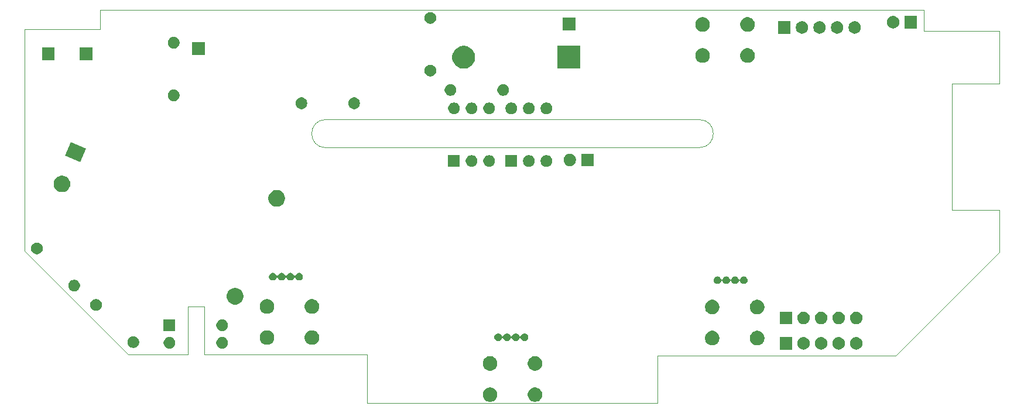
<source format=gbr>
G04 #@! TF.GenerationSoftware,KiCad,Pcbnew,(5.1.5)-3*
G04 #@! TF.CreationDate,2020-02-08T14:47:08+01:00*
G04 #@! TF.ProjectId,SenseEHajo,53656e73-6545-4486-916a-6f2e6b696361,rev?*
G04 #@! TF.SameCoordinates,PX55061d0PY277be90*
G04 #@! TF.FileFunction,Soldermask,Bot*
G04 #@! TF.FilePolarity,Negative*
%FSLAX46Y46*%
G04 Gerber Fmt 4.6, Leading zero omitted, Abs format (unit mm)*
G04 Created by KiCad (PCBNEW (5.1.5)-3) date 2020-02-08 14:47:08*
%MOMM*%
%LPD*%
G04 APERTURE LIST*
%ADD10C,0.050000*%
%ADD11C,0.150000*%
G04 APERTURE END LIST*
D10*
X-51054000Y-28829000D02*
X-42392600Y-28829000D01*
X-40081200Y-21894800D02*
X-40081200Y-28829000D01*
X-42392600Y-21894800D02*
X-40081200Y-21894800D01*
X-42392600Y-28829000D02*
X-42392600Y-21894800D01*
X29514800Y21056600D02*
X29489400Y21082000D01*
X25425400Y21056600D02*
X29514800Y21056600D01*
X23266400Y5207000D02*
X31521400Y5207000D01*
X29489400Y21082000D02*
X64008000Y21082000D01*
X-12446000Y1143000D02*
X31521400Y1143000D01*
X23266400Y5207000D02*
X-12446000Y5207000D01*
X74930000Y-13970000D02*
X59944000Y-28956000D01*
X-16510000Y-35814000D02*
X-16510000Y-28829000D01*
X64008000Y21082000D02*
X64008000Y18034000D01*
X64008000Y18034000D02*
X74930000Y18034000D01*
X25527000Y-35814000D02*
X-16510000Y-35814000D01*
X-66040000Y-13843000D02*
X-66040000Y18288000D01*
X74930000Y10414000D02*
X68072000Y10414000D01*
X74930000Y-7874000D02*
X74930000Y-13970000D01*
X68072000Y-7874000D02*
X74930000Y-7874000D01*
X68072000Y10414000D02*
X68072000Y-7874000D01*
X74930000Y18034000D02*
X74930000Y10414000D01*
X31521400Y5207000D02*
G75*
G02X31521400Y1143000I0J-2032000D01*
G01*
X-12446000Y1143000D02*
X-22479000Y1143000D01*
X-22479000Y5207000D02*
X-12446000Y5207000D01*
X-22479000Y1143000D02*
G75*
G02X-22479000Y5207000I0J2032000D01*
G01*
X-51054000Y-28829000D02*
X-66040000Y-13843000D01*
X-16510000Y-28829000D02*
X-40081200Y-28829000D01*
X25527000Y-28956000D02*
X25527000Y-35814000D01*
X-55118000Y18288000D02*
X-55118000Y21082000D01*
X-66040000Y18288000D02*
X-55118000Y18288000D01*
X25425400Y21056600D02*
X-55118000Y21082000D01*
X59944000Y-28956000D02*
X25527000Y-28956000D01*
D11*
G36*
X8076564Y-33588389D02*
G01*
X8267833Y-33667615D01*
X8267835Y-33667616D01*
X8439973Y-33782635D01*
X8586365Y-33929027D01*
X8701385Y-34101167D01*
X8780611Y-34292436D01*
X8821000Y-34495484D01*
X8821000Y-34702516D01*
X8780611Y-34905564D01*
X8701385Y-35096833D01*
X8701384Y-35096835D01*
X8586365Y-35268973D01*
X8439973Y-35415365D01*
X8267835Y-35530384D01*
X8267834Y-35530385D01*
X8267833Y-35530385D01*
X8076564Y-35609611D01*
X7873516Y-35650000D01*
X7666484Y-35650000D01*
X7463436Y-35609611D01*
X7272167Y-35530385D01*
X7272166Y-35530385D01*
X7272165Y-35530384D01*
X7100027Y-35415365D01*
X6953635Y-35268973D01*
X6838616Y-35096835D01*
X6838615Y-35096833D01*
X6759389Y-34905564D01*
X6719000Y-34702516D01*
X6719000Y-34495484D01*
X6759389Y-34292436D01*
X6838615Y-34101167D01*
X6953635Y-33929027D01*
X7100027Y-33782635D01*
X7272165Y-33667616D01*
X7272167Y-33667615D01*
X7463436Y-33588389D01*
X7666484Y-33548000D01*
X7873516Y-33548000D01*
X8076564Y-33588389D01*
G37*
G36*
X1576564Y-33588389D02*
G01*
X1767833Y-33667615D01*
X1767835Y-33667616D01*
X1939973Y-33782635D01*
X2086365Y-33929027D01*
X2201385Y-34101167D01*
X2280611Y-34292436D01*
X2321000Y-34495484D01*
X2321000Y-34702516D01*
X2280611Y-34905564D01*
X2201385Y-35096833D01*
X2201384Y-35096835D01*
X2086365Y-35268973D01*
X1939973Y-35415365D01*
X1767835Y-35530384D01*
X1767834Y-35530385D01*
X1767833Y-35530385D01*
X1576564Y-35609611D01*
X1373516Y-35650000D01*
X1166484Y-35650000D01*
X963436Y-35609611D01*
X772167Y-35530385D01*
X772166Y-35530385D01*
X772165Y-35530384D01*
X600027Y-35415365D01*
X453635Y-35268973D01*
X338616Y-35096835D01*
X338615Y-35096833D01*
X259389Y-34905564D01*
X219000Y-34702516D01*
X219000Y-34495484D01*
X259389Y-34292436D01*
X338615Y-34101167D01*
X453635Y-33929027D01*
X600027Y-33782635D01*
X772165Y-33667616D01*
X772167Y-33667615D01*
X963436Y-33588389D01*
X1166484Y-33548000D01*
X1373516Y-33548000D01*
X1576564Y-33588389D01*
G37*
G36*
X1576564Y-29088389D02*
G01*
X1767833Y-29167615D01*
X1767835Y-29167616D01*
X1939973Y-29282635D01*
X2086365Y-29429027D01*
X2201385Y-29601167D01*
X2280611Y-29792436D01*
X2321000Y-29995484D01*
X2321000Y-30202516D01*
X2280611Y-30405564D01*
X2201385Y-30596833D01*
X2201384Y-30596835D01*
X2086365Y-30768973D01*
X1939973Y-30915365D01*
X1767835Y-31030384D01*
X1767834Y-31030385D01*
X1767833Y-31030385D01*
X1576564Y-31109611D01*
X1373516Y-31150000D01*
X1166484Y-31150000D01*
X963436Y-31109611D01*
X772167Y-31030385D01*
X772166Y-31030385D01*
X772165Y-31030384D01*
X600027Y-30915365D01*
X453635Y-30768973D01*
X338616Y-30596835D01*
X338615Y-30596833D01*
X259389Y-30405564D01*
X219000Y-30202516D01*
X219000Y-29995484D01*
X259389Y-29792436D01*
X338615Y-29601167D01*
X453635Y-29429027D01*
X600027Y-29282635D01*
X772165Y-29167616D01*
X772167Y-29167615D01*
X963436Y-29088389D01*
X1166484Y-29048000D01*
X1373516Y-29048000D01*
X1576564Y-29088389D01*
G37*
G36*
X8076564Y-29088389D02*
G01*
X8267833Y-29167615D01*
X8267835Y-29167616D01*
X8439973Y-29282635D01*
X8586365Y-29429027D01*
X8701385Y-29601167D01*
X8780611Y-29792436D01*
X8821000Y-29995484D01*
X8821000Y-30202516D01*
X8780611Y-30405564D01*
X8701385Y-30596833D01*
X8701384Y-30596835D01*
X8586365Y-30768973D01*
X8439973Y-30915365D01*
X8267835Y-31030384D01*
X8267834Y-31030385D01*
X8267833Y-31030385D01*
X8076564Y-31109611D01*
X7873516Y-31150000D01*
X7666484Y-31150000D01*
X7463436Y-31109611D01*
X7272167Y-31030385D01*
X7272166Y-31030385D01*
X7272165Y-31030384D01*
X7100027Y-30915365D01*
X6953635Y-30768973D01*
X6838616Y-30596835D01*
X6838615Y-30596833D01*
X6759389Y-30405564D01*
X6719000Y-30202516D01*
X6719000Y-29995484D01*
X6759389Y-29792436D01*
X6838615Y-29601167D01*
X6953635Y-29429027D01*
X7100027Y-29282635D01*
X7272165Y-29167616D01*
X7272167Y-29167615D01*
X7463436Y-29088389D01*
X7666484Y-29048000D01*
X7873516Y-29048000D01*
X8076564Y-29088389D01*
G37*
G36*
X51802512Y-26281927D02*
G01*
X51951812Y-26311624D01*
X52115784Y-26379544D01*
X52263354Y-26478147D01*
X52388853Y-26603646D01*
X52487456Y-26751216D01*
X52555376Y-26915188D01*
X52575025Y-27013973D01*
X52589347Y-27085973D01*
X52590000Y-27089259D01*
X52590000Y-27266741D01*
X52555376Y-27440812D01*
X52487456Y-27604784D01*
X52388853Y-27752354D01*
X52263354Y-27877853D01*
X52115784Y-27976456D01*
X51951812Y-28044376D01*
X51802512Y-28074073D01*
X51777742Y-28079000D01*
X51600258Y-28079000D01*
X51575488Y-28074073D01*
X51426188Y-28044376D01*
X51262216Y-27976456D01*
X51114646Y-27877853D01*
X50989147Y-27752354D01*
X50890544Y-27604784D01*
X50822624Y-27440812D01*
X50788000Y-27266741D01*
X50788000Y-27089259D01*
X50788654Y-27085973D01*
X50802975Y-27013973D01*
X50822624Y-26915188D01*
X50890544Y-26751216D01*
X50989147Y-26603646D01*
X51114646Y-26478147D01*
X51262216Y-26379544D01*
X51426188Y-26311624D01*
X51575488Y-26281927D01*
X51600258Y-26277000D01*
X51777742Y-26277000D01*
X51802512Y-26281927D01*
G37*
G36*
X44970000Y-28079000D02*
G01*
X43168000Y-28079000D01*
X43168000Y-26277000D01*
X44970000Y-26277000D01*
X44970000Y-28079000D01*
G37*
G36*
X46722512Y-26281927D02*
G01*
X46871812Y-26311624D01*
X47035784Y-26379544D01*
X47183354Y-26478147D01*
X47308853Y-26603646D01*
X47407456Y-26751216D01*
X47475376Y-26915188D01*
X47495025Y-27013973D01*
X47509347Y-27085973D01*
X47510000Y-27089259D01*
X47510000Y-27266741D01*
X47475376Y-27440812D01*
X47407456Y-27604784D01*
X47308853Y-27752354D01*
X47183354Y-27877853D01*
X47035784Y-27976456D01*
X46871812Y-28044376D01*
X46722512Y-28074073D01*
X46697742Y-28079000D01*
X46520258Y-28079000D01*
X46495488Y-28074073D01*
X46346188Y-28044376D01*
X46182216Y-27976456D01*
X46034646Y-27877853D01*
X45909147Y-27752354D01*
X45810544Y-27604784D01*
X45742624Y-27440812D01*
X45708000Y-27266741D01*
X45708000Y-27089259D01*
X45708654Y-27085973D01*
X45722975Y-27013973D01*
X45742624Y-26915188D01*
X45810544Y-26751216D01*
X45909147Y-26603646D01*
X46034646Y-26478147D01*
X46182216Y-26379544D01*
X46346188Y-26311624D01*
X46495488Y-26281927D01*
X46520258Y-26277000D01*
X46697742Y-26277000D01*
X46722512Y-26281927D01*
G37*
G36*
X49262512Y-26281927D02*
G01*
X49411812Y-26311624D01*
X49575784Y-26379544D01*
X49723354Y-26478147D01*
X49848853Y-26603646D01*
X49947456Y-26751216D01*
X50015376Y-26915188D01*
X50035025Y-27013973D01*
X50049347Y-27085973D01*
X50050000Y-27089259D01*
X50050000Y-27266741D01*
X50015376Y-27440812D01*
X49947456Y-27604784D01*
X49848853Y-27752354D01*
X49723354Y-27877853D01*
X49575784Y-27976456D01*
X49411812Y-28044376D01*
X49262512Y-28074073D01*
X49237742Y-28079000D01*
X49060258Y-28079000D01*
X49035488Y-28074073D01*
X48886188Y-28044376D01*
X48722216Y-27976456D01*
X48574646Y-27877853D01*
X48449147Y-27752354D01*
X48350544Y-27604784D01*
X48282624Y-27440812D01*
X48248000Y-27266741D01*
X48248000Y-27089259D01*
X48248654Y-27085973D01*
X48262975Y-27013973D01*
X48282624Y-26915188D01*
X48350544Y-26751216D01*
X48449147Y-26603646D01*
X48574646Y-26478147D01*
X48722216Y-26379544D01*
X48886188Y-26311624D01*
X49035488Y-26281927D01*
X49060258Y-26277000D01*
X49237742Y-26277000D01*
X49262512Y-26281927D01*
G37*
G36*
X54342512Y-26281927D02*
G01*
X54491812Y-26311624D01*
X54655784Y-26379544D01*
X54803354Y-26478147D01*
X54928853Y-26603646D01*
X55027456Y-26751216D01*
X55095376Y-26915188D01*
X55115025Y-27013973D01*
X55129347Y-27085973D01*
X55130000Y-27089259D01*
X55130000Y-27266741D01*
X55095376Y-27440812D01*
X55027456Y-27604784D01*
X54928853Y-27752354D01*
X54803354Y-27877853D01*
X54655784Y-27976456D01*
X54491812Y-28044376D01*
X54342512Y-28074073D01*
X54317742Y-28079000D01*
X54140258Y-28079000D01*
X54115488Y-28074073D01*
X53966188Y-28044376D01*
X53802216Y-27976456D01*
X53654646Y-27877853D01*
X53529147Y-27752354D01*
X53430544Y-27604784D01*
X53362624Y-27440812D01*
X53328000Y-27266741D01*
X53328000Y-27089259D01*
X53328654Y-27085973D01*
X53342975Y-27013973D01*
X53362624Y-26915188D01*
X53430544Y-26751216D01*
X53529147Y-26603646D01*
X53654646Y-26478147D01*
X53802216Y-26379544D01*
X53966188Y-26311624D01*
X54115488Y-26281927D01*
X54140258Y-26277000D01*
X54317742Y-26277000D01*
X54342512Y-26281927D01*
G37*
G36*
X-37216772Y-26283503D02*
G01*
X-37061900Y-26347653D01*
X-36922519Y-26440785D01*
X-36803985Y-26559319D01*
X-36710853Y-26698700D01*
X-36646703Y-26853572D01*
X-36614000Y-27017984D01*
X-36614000Y-27185616D01*
X-36646703Y-27350028D01*
X-36710853Y-27504900D01*
X-36803985Y-27644281D01*
X-36922519Y-27762815D01*
X-37061900Y-27855947D01*
X-37216772Y-27920097D01*
X-37381184Y-27952800D01*
X-37548816Y-27952800D01*
X-37713228Y-27920097D01*
X-37868100Y-27855947D01*
X-38007481Y-27762815D01*
X-38126015Y-27644281D01*
X-38219147Y-27504900D01*
X-38283297Y-27350028D01*
X-38316000Y-27185616D01*
X-38316000Y-27017984D01*
X-38283297Y-26853572D01*
X-38219147Y-26698700D01*
X-38126015Y-26559319D01*
X-38007481Y-26440785D01*
X-37868100Y-26347653D01*
X-37713228Y-26283503D01*
X-37548816Y-26250800D01*
X-37381184Y-26250800D01*
X-37216772Y-26283503D01*
G37*
G36*
X-44836772Y-26283503D02*
G01*
X-44681900Y-26347653D01*
X-44542519Y-26440785D01*
X-44423985Y-26559319D01*
X-44330853Y-26698700D01*
X-44266703Y-26853572D01*
X-44234000Y-27017984D01*
X-44234000Y-27185616D01*
X-44266703Y-27350028D01*
X-44330853Y-27504900D01*
X-44423985Y-27644281D01*
X-44542519Y-27762815D01*
X-44681900Y-27855947D01*
X-44836772Y-27920097D01*
X-45001184Y-27952800D01*
X-45168816Y-27952800D01*
X-45333228Y-27920097D01*
X-45488100Y-27855947D01*
X-45627481Y-27762815D01*
X-45746015Y-27644281D01*
X-45839147Y-27504900D01*
X-45903297Y-27350028D01*
X-45936000Y-27185616D01*
X-45936000Y-27017984D01*
X-45903297Y-26853572D01*
X-45839147Y-26698700D01*
X-45746015Y-26559319D01*
X-45627481Y-26440785D01*
X-45488100Y-26347653D01*
X-45333228Y-26283503D01*
X-45168816Y-26250800D01*
X-45001184Y-26250800D01*
X-44836772Y-26283503D01*
G37*
G36*
X-50065818Y-26185257D02*
G01*
X-49910946Y-26249407D01*
X-49771565Y-26342539D01*
X-49653031Y-26461073D01*
X-49559899Y-26600454D01*
X-49495749Y-26755326D01*
X-49463046Y-26919738D01*
X-49463046Y-27087370D01*
X-49495749Y-27251782D01*
X-49559899Y-27406654D01*
X-49653031Y-27546035D01*
X-49771565Y-27664569D01*
X-49910946Y-27757701D01*
X-50065818Y-27821851D01*
X-50230230Y-27854554D01*
X-50397862Y-27854554D01*
X-50562274Y-27821851D01*
X-50717146Y-27757701D01*
X-50856527Y-27664569D01*
X-50975061Y-27546035D01*
X-51068193Y-27406654D01*
X-51132343Y-27251782D01*
X-51165046Y-27087370D01*
X-51165046Y-26919738D01*
X-51132343Y-26755326D01*
X-51068193Y-26600454D01*
X-50975061Y-26461073D01*
X-50856527Y-26342539D01*
X-50717146Y-26249407D01*
X-50562274Y-26185257D01*
X-50397862Y-26152554D01*
X-50230230Y-26152554D01*
X-50065818Y-26185257D01*
G37*
G36*
X40207564Y-25405389D02*
G01*
X40398833Y-25484615D01*
X40398835Y-25484616D01*
X40570973Y-25599635D01*
X40717365Y-25746027D01*
X40794194Y-25861009D01*
X40832385Y-25918167D01*
X40911611Y-26109436D01*
X40952000Y-26312484D01*
X40952000Y-26519516D01*
X40911611Y-26722564D01*
X40862208Y-26841833D01*
X40832384Y-26913835D01*
X40717365Y-27085973D01*
X40570973Y-27232365D01*
X40398835Y-27347384D01*
X40398834Y-27347385D01*
X40398833Y-27347385D01*
X40207564Y-27426611D01*
X40004516Y-27467000D01*
X39797484Y-27467000D01*
X39594436Y-27426611D01*
X39403167Y-27347385D01*
X39403166Y-27347385D01*
X39403165Y-27347384D01*
X39231027Y-27232365D01*
X39084635Y-27085973D01*
X38969616Y-26913835D01*
X38939792Y-26841833D01*
X38890389Y-26722564D01*
X38850000Y-26519516D01*
X38850000Y-26312484D01*
X38890389Y-26109436D01*
X38969615Y-25918167D01*
X39007807Y-25861009D01*
X39084635Y-25746027D01*
X39231027Y-25599635D01*
X39403165Y-25484616D01*
X39403167Y-25484615D01*
X39594436Y-25405389D01*
X39797484Y-25365000D01*
X40004516Y-25365000D01*
X40207564Y-25405389D01*
G37*
G36*
X33707564Y-25405389D02*
G01*
X33898833Y-25484615D01*
X33898835Y-25484616D01*
X34070973Y-25599635D01*
X34217365Y-25746027D01*
X34294194Y-25861009D01*
X34332385Y-25918167D01*
X34411611Y-26109436D01*
X34452000Y-26312484D01*
X34452000Y-26519516D01*
X34411611Y-26722564D01*
X34362208Y-26841833D01*
X34332384Y-26913835D01*
X34217365Y-27085973D01*
X34070973Y-27232365D01*
X33898835Y-27347384D01*
X33898834Y-27347385D01*
X33898833Y-27347385D01*
X33707564Y-27426611D01*
X33504516Y-27467000D01*
X33297484Y-27467000D01*
X33094436Y-27426611D01*
X32903167Y-27347385D01*
X32903166Y-27347385D01*
X32903165Y-27347384D01*
X32731027Y-27232365D01*
X32584635Y-27085973D01*
X32469616Y-26913835D01*
X32439792Y-26841833D01*
X32390389Y-26722564D01*
X32350000Y-26519516D01*
X32350000Y-26312484D01*
X32390389Y-26109436D01*
X32469615Y-25918167D01*
X32507807Y-25861009D01*
X32584635Y-25746027D01*
X32731027Y-25599635D01*
X32903165Y-25484616D01*
X32903167Y-25484615D01*
X33094436Y-25405389D01*
X33297484Y-25365000D01*
X33504516Y-25365000D01*
X33707564Y-25405389D01*
G37*
G36*
X-30681436Y-25333389D02*
G01*
X-30507610Y-25405390D01*
X-30490165Y-25412616D01*
X-30318027Y-25527635D01*
X-30171635Y-25674027D01*
X-30056615Y-25846167D01*
X-29977389Y-26037436D01*
X-29937000Y-26240484D01*
X-29937000Y-26447516D01*
X-29977389Y-26650564D01*
X-30029881Y-26777291D01*
X-30056616Y-26841835D01*
X-30171635Y-27013973D01*
X-30318027Y-27160365D01*
X-30490165Y-27275384D01*
X-30490166Y-27275385D01*
X-30490167Y-27275385D01*
X-30681436Y-27354611D01*
X-30884484Y-27395000D01*
X-31091516Y-27395000D01*
X-31294564Y-27354611D01*
X-31485833Y-27275385D01*
X-31485834Y-27275385D01*
X-31485835Y-27275384D01*
X-31657973Y-27160365D01*
X-31804365Y-27013973D01*
X-31919384Y-26841835D01*
X-31946119Y-26777291D01*
X-31998611Y-26650564D01*
X-32039000Y-26447516D01*
X-32039000Y-26240484D01*
X-31998611Y-26037436D01*
X-31919385Y-25846167D01*
X-31804365Y-25674027D01*
X-31657973Y-25527635D01*
X-31485835Y-25412616D01*
X-31468390Y-25405390D01*
X-31294564Y-25333389D01*
X-31091516Y-25293000D01*
X-30884484Y-25293000D01*
X-30681436Y-25333389D01*
G37*
G36*
X-24181436Y-25333389D02*
G01*
X-24007610Y-25405390D01*
X-23990165Y-25412616D01*
X-23818027Y-25527635D01*
X-23671635Y-25674027D01*
X-23556615Y-25846167D01*
X-23477389Y-26037436D01*
X-23437000Y-26240484D01*
X-23437000Y-26447516D01*
X-23477389Y-26650564D01*
X-23529881Y-26777291D01*
X-23556616Y-26841835D01*
X-23671635Y-27013973D01*
X-23818027Y-27160365D01*
X-23990165Y-27275384D01*
X-23990166Y-27275385D01*
X-23990167Y-27275385D01*
X-24181436Y-27354611D01*
X-24384484Y-27395000D01*
X-24591516Y-27395000D01*
X-24794564Y-27354611D01*
X-24985833Y-27275385D01*
X-24985834Y-27275385D01*
X-24985835Y-27275384D01*
X-25157973Y-27160365D01*
X-25304365Y-27013973D01*
X-25419384Y-26841835D01*
X-25446119Y-26777291D01*
X-25498611Y-26650564D01*
X-25539000Y-26447516D01*
X-25539000Y-26240484D01*
X-25498611Y-26037436D01*
X-25419385Y-25846167D01*
X-25304365Y-25674027D01*
X-25157973Y-25527635D01*
X-24985835Y-25412616D01*
X-24968390Y-25405390D01*
X-24794564Y-25333389D01*
X-24591516Y-25293000D01*
X-24384484Y-25293000D01*
X-24181436Y-25333389D01*
G37*
G36*
X2599121Y-25759174D02*
G01*
X2699395Y-25800709D01*
X2699396Y-25800710D01*
X2789642Y-25861010D01*
X2866390Y-25937758D01*
X2866391Y-25937760D01*
X2926691Y-26028005D01*
X2957916Y-26103389D01*
X2969467Y-26125000D01*
X2985012Y-26143941D01*
X3003954Y-26159487D01*
X3025565Y-26171038D01*
X3049014Y-26178151D01*
X3073400Y-26180553D01*
X3097786Y-26178151D01*
X3121235Y-26171038D01*
X3142846Y-26159487D01*
X3161787Y-26143942D01*
X3177333Y-26125000D01*
X3188884Y-26103389D01*
X3220109Y-26028005D01*
X3280409Y-25937760D01*
X3280410Y-25937758D01*
X3357158Y-25861010D01*
X3447404Y-25800710D01*
X3447405Y-25800709D01*
X3547679Y-25759174D01*
X3654130Y-25738000D01*
X3762670Y-25738000D01*
X3869121Y-25759174D01*
X3969395Y-25800709D01*
X3969396Y-25800710D01*
X4059642Y-25861010D01*
X4136390Y-25937758D01*
X4136391Y-25937760D01*
X4196691Y-26028005D01*
X4227916Y-26103389D01*
X4239467Y-26125000D01*
X4255012Y-26143941D01*
X4273954Y-26159487D01*
X4295565Y-26171038D01*
X4319014Y-26178151D01*
X4343400Y-26180553D01*
X4367786Y-26178151D01*
X4391235Y-26171038D01*
X4412846Y-26159487D01*
X4431787Y-26143942D01*
X4447333Y-26125000D01*
X4458884Y-26103389D01*
X4490109Y-26028005D01*
X4550409Y-25937760D01*
X4550410Y-25937758D01*
X4627158Y-25861010D01*
X4717404Y-25800710D01*
X4717405Y-25800709D01*
X4817679Y-25759174D01*
X4924130Y-25738000D01*
X5032670Y-25738000D01*
X5139121Y-25759174D01*
X5239395Y-25800709D01*
X5239396Y-25800710D01*
X5329642Y-25861010D01*
X5406390Y-25937758D01*
X5406391Y-25937760D01*
X5466691Y-26028005D01*
X5497916Y-26103389D01*
X5509467Y-26125000D01*
X5525012Y-26143941D01*
X5543954Y-26159487D01*
X5565565Y-26171038D01*
X5589014Y-26178151D01*
X5613400Y-26180553D01*
X5637786Y-26178151D01*
X5661235Y-26171038D01*
X5682846Y-26159487D01*
X5701787Y-26143942D01*
X5717333Y-26125000D01*
X5728884Y-26103389D01*
X5760109Y-26028005D01*
X5820409Y-25937760D01*
X5820410Y-25937758D01*
X5897158Y-25861010D01*
X5987404Y-25800710D01*
X5987405Y-25800709D01*
X6087679Y-25759174D01*
X6194130Y-25738000D01*
X6302670Y-25738000D01*
X6409121Y-25759174D01*
X6509395Y-25800709D01*
X6509396Y-25800710D01*
X6599642Y-25861010D01*
X6676390Y-25937758D01*
X6676391Y-25937760D01*
X6736691Y-26028005D01*
X6778226Y-26128279D01*
X6799400Y-26234730D01*
X6799400Y-26343270D01*
X6778226Y-26449721D01*
X6736691Y-26549995D01*
X6736690Y-26549996D01*
X6676390Y-26640242D01*
X6599642Y-26716990D01*
X6591298Y-26722565D01*
X6509395Y-26777291D01*
X6409121Y-26818826D01*
X6302670Y-26840000D01*
X6194130Y-26840000D01*
X6087679Y-26818826D01*
X5987405Y-26777291D01*
X5905502Y-26722565D01*
X5897158Y-26716990D01*
X5820410Y-26640242D01*
X5760110Y-26549996D01*
X5760109Y-26549995D01*
X5728884Y-26474611D01*
X5717333Y-26453000D01*
X5701788Y-26434059D01*
X5682846Y-26418513D01*
X5661235Y-26406962D01*
X5637786Y-26399849D01*
X5613400Y-26397447D01*
X5589014Y-26399849D01*
X5565565Y-26406962D01*
X5543954Y-26418513D01*
X5525013Y-26434058D01*
X5509467Y-26453000D01*
X5497916Y-26474611D01*
X5466691Y-26549995D01*
X5466690Y-26549996D01*
X5406390Y-26640242D01*
X5329642Y-26716990D01*
X5321298Y-26722565D01*
X5239395Y-26777291D01*
X5139121Y-26818826D01*
X5032670Y-26840000D01*
X4924130Y-26840000D01*
X4817679Y-26818826D01*
X4717405Y-26777291D01*
X4635502Y-26722565D01*
X4627158Y-26716990D01*
X4550410Y-26640242D01*
X4490110Y-26549996D01*
X4490109Y-26549995D01*
X4458884Y-26474611D01*
X4447333Y-26453000D01*
X4431788Y-26434059D01*
X4412846Y-26418513D01*
X4391235Y-26406962D01*
X4367786Y-26399849D01*
X4343400Y-26397447D01*
X4319014Y-26399849D01*
X4295565Y-26406962D01*
X4273954Y-26418513D01*
X4255013Y-26434058D01*
X4239467Y-26453000D01*
X4227916Y-26474611D01*
X4196691Y-26549995D01*
X4196690Y-26549996D01*
X4136390Y-26640242D01*
X4059642Y-26716990D01*
X4051298Y-26722565D01*
X3969395Y-26777291D01*
X3869121Y-26818826D01*
X3762670Y-26840000D01*
X3654130Y-26840000D01*
X3547679Y-26818826D01*
X3447405Y-26777291D01*
X3365502Y-26722565D01*
X3357158Y-26716990D01*
X3280410Y-26640242D01*
X3220110Y-26549996D01*
X3220109Y-26549995D01*
X3188884Y-26474611D01*
X3177333Y-26453000D01*
X3161788Y-26434059D01*
X3142846Y-26418513D01*
X3121235Y-26406962D01*
X3097786Y-26399849D01*
X3073400Y-26397447D01*
X3049014Y-26399849D01*
X3025565Y-26406962D01*
X3003954Y-26418513D01*
X2985013Y-26434058D01*
X2969467Y-26453000D01*
X2957916Y-26474611D01*
X2926691Y-26549995D01*
X2926690Y-26549996D01*
X2866390Y-26640242D01*
X2789642Y-26716990D01*
X2781298Y-26722565D01*
X2699395Y-26777291D01*
X2599121Y-26818826D01*
X2492670Y-26840000D01*
X2384130Y-26840000D01*
X2277679Y-26818826D01*
X2177405Y-26777291D01*
X2095502Y-26722565D01*
X2087158Y-26716990D01*
X2010410Y-26640242D01*
X1950110Y-26549996D01*
X1950109Y-26549995D01*
X1908574Y-26449721D01*
X1887400Y-26343270D01*
X1887400Y-26234730D01*
X1908574Y-26128279D01*
X1950109Y-26028005D01*
X2010409Y-25937760D01*
X2010410Y-25937758D01*
X2087158Y-25861010D01*
X2177404Y-25800710D01*
X2177405Y-25800709D01*
X2277679Y-25759174D01*
X2384130Y-25738000D01*
X2492670Y-25738000D01*
X2599121Y-25759174D01*
G37*
G36*
X-37216772Y-23743503D02*
G01*
X-37061900Y-23807653D01*
X-36922519Y-23900785D01*
X-36803985Y-24019319D01*
X-36710853Y-24158700D01*
X-36646703Y-24313572D01*
X-36614000Y-24477984D01*
X-36614000Y-24645616D01*
X-36646703Y-24810028D01*
X-36710853Y-24964900D01*
X-36803985Y-25104281D01*
X-36922519Y-25222815D01*
X-37061900Y-25315947D01*
X-37216772Y-25380097D01*
X-37381184Y-25412800D01*
X-37548816Y-25412800D01*
X-37713228Y-25380097D01*
X-37868100Y-25315947D01*
X-38007481Y-25222815D01*
X-38126015Y-25104281D01*
X-38219147Y-24964900D01*
X-38283297Y-24810028D01*
X-38316000Y-24645616D01*
X-38316000Y-24477984D01*
X-38283297Y-24313572D01*
X-38219147Y-24158700D01*
X-38126015Y-24019319D01*
X-38007481Y-23900785D01*
X-37868100Y-23807653D01*
X-37713228Y-23743503D01*
X-37548816Y-23710800D01*
X-37381184Y-23710800D01*
X-37216772Y-23743503D01*
G37*
G36*
X-44234000Y-25412800D02*
G01*
X-45936000Y-25412800D01*
X-45936000Y-23710800D01*
X-44234000Y-23710800D01*
X-44234000Y-25412800D01*
G37*
G36*
X44970000Y-24396000D02*
G01*
X43168000Y-24396000D01*
X43168000Y-22594000D01*
X44970000Y-22594000D01*
X44970000Y-24396000D01*
G37*
G36*
X46722512Y-22598927D02*
G01*
X46871812Y-22628624D01*
X47035784Y-22696544D01*
X47183354Y-22795147D01*
X47308853Y-22920646D01*
X47407456Y-23068216D01*
X47475376Y-23232188D01*
X47510000Y-23406259D01*
X47510000Y-23583741D01*
X47475376Y-23757812D01*
X47407456Y-23921784D01*
X47308853Y-24069354D01*
X47183354Y-24194853D01*
X47035784Y-24293456D01*
X46871812Y-24361376D01*
X46722512Y-24391073D01*
X46697742Y-24396000D01*
X46520258Y-24396000D01*
X46495488Y-24391073D01*
X46346188Y-24361376D01*
X46182216Y-24293456D01*
X46034646Y-24194853D01*
X45909147Y-24069354D01*
X45810544Y-23921784D01*
X45742624Y-23757812D01*
X45708000Y-23583741D01*
X45708000Y-23406259D01*
X45742624Y-23232188D01*
X45810544Y-23068216D01*
X45909147Y-22920646D01*
X46034646Y-22795147D01*
X46182216Y-22696544D01*
X46346188Y-22628624D01*
X46495488Y-22598927D01*
X46520258Y-22594000D01*
X46697742Y-22594000D01*
X46722512Y-22598927D01*
G37*
G36*
X54342512Y-22598927D02*
G01*
X54491812Y-22628624D01*
X54655784Y-22696544D01*
X54803354Y-22795147D01*
X54928853Y-22920646D01*
X55027456Y-23068216D01*
X55095376Y-23232188D01*
X55130000Y-23406259D01*
X55130000Y-23583741D01*
X55095376Y-23757812D01*
X55027456Y-23921784D01*
X54928853Y-24069354D01*
X54803354Y-24194853D01*
X54655784Y-24293456D01*
X54491812Y-24361376D01*
X54342512Y-24391073D01*
X54317742Y-24396000D01*
X54140258Y-24396000D01*
X54115488Y-24391073D01*
X53966188Y-24361376D01*
X53802216Y-24293456D01*
X53654646Y-24194853D01*
X53529147Y-24069354D01*
X53430544Y-23921784D01*
X53362624Y-23757812D01*
X53328000Y-23583741D01*
X53328000Y-23406259D01*
X53362624Y-23232188D01*
X53430544Y-23068216D01*
X53529147Y-22920646D01*
X53654646Y-22795147D01*
X53802216Y-22696544D01*
X53966188Y-22628624D01*
X54115488Y-22598927D01*
X54140258Y-22594000D01*
X54317742Y-22594000D01*
X54342512Y-22598927D01*
G37*
G36*
X49262512Y-22598927D02*
G01*
X49411812Y-22628624D01*
X49575784Y-22696544D01*
X49723354Y-22795147D01*
X49848853Y-22920646D01*
X49947456Y-23068216D01*
X50015376Y-23232188D01*
X50050000Y-23406259D01*
X50050000Y-23583741D01*
X50015376Y-23757812D01*
X49947456Y-23921784D01*
X49848853Y-24069354D01*
X49723354Y-24194853D01*
X49575784Y-24293456D01*
X49411812Y-24361376D01*
X49262512Y-24391073D01*
X49237742Y-24396000D01*
X49060258Y-24396000D01*
X49035488Y-24391073D01*
X48886188Y-24361376D01*
X48722216Y-24293456D01*
X48574646Y-24194853D01*
X48449147Y-24069354D01*
X48350544Y-23921784D01*
X48282624Y-23757812D01*
X48248000Y-23583741D01*
X48248000Y-23406259D01*
X48282624Y-23232188D01*
X48350544Y-23068216D01*
X48449147Y-22920646D01*
X48574646Y-22795147D01*
X48722216Y-22696544D01*
X48886188Y-22628624D01*
X49035488Y-22598927D01*
X49060258Y-22594000D01*
X49237742Y-22594000D01*
X49262512Y-22598927D01*
G37*
G36*
X51802512Y-22598927D02*
G01*
X51951812Y-22628624D01*
X52115784Y-22696544D01*
X52263354Y-22795147D01*
X52388853Y-22920646D01*
X52487456Y-23068216D01*
X52555376Y-23232188D01*
X52590000Y-23406259D01*
X52590000Y-23583741D01*
X52555376Y-23757812D01*
X52487456Y-23921784D01*
X52388853Y-24069354D01*
X52263354Y-24194853D01*
X52115784Y-24293456D01*
X51951812Y-24361376D01*
X51802512Y-24391073D01*
X51777742Y-24396000D01*
X51600258Y-24396000D01*
X51575488Y-24391073D01*
X51426188Y-24361376D01*
X51262216Y-24293456D01*
X51114646Y-24194853D01*
X50989147Y-24069354D01*
X50890544Y-23921784D01*
X50822624Y-23757812D01*
X50788000Y-23583741D01*
X50788000Y-23406259D01*
X50822624Y-23232188D01*
X50890544Y-23068216D01*
X50989147Y-22920646D01*
X51114646Y-22795147D01*
X51262216Y-22696544D01*
X51426188Y-22628624D01*
X51575488Y-22598927D01*
X51600258Y-22594000D01*
X51777742Y-22594000D01*
X51802512Y-22598927D01*
G37*
G36*
X40207564Y-20905389D02*
G01*
X40398833Y-20984615D01*
X40398835Y-20984616D01*
X40570973Y-21099635D01*
X40717365Y-21246027D01*
X40798312Y-21367172D01*
X40832385Y-21418167D01*
X40911611Y-21609436D01*
X40952000Y-21812484D01*
X40952000Y-22019516D01*
X40911611Y-22222564D01*
X40889305Y-22276415D01*
X40832384Y-22413835D01*
X40717365Y-22585973D01*
X40570973Y-22732365D01*
X40398835Y-22847384D01*
X40398834Y-22847385D01*
X40398833Y-22847385D01*
X40207564Y-22926611D01*
X40004516Y-22967000D01*
X39797484Y-22967000D01*
X39594436Y-22926611D01*
X39403167Y-22847385D01*
X39403166Y-22847385D01*
X39403165Y-22847384D01*
X39231027Y-22732365D01*
X39084635Y-22585973D01*
X38969616Y-22413835D01*
X38912695Y-22276415D01*
X38890389Y-22222564D01*
X38850000Y-22019516D01*
X38850000Y-21812484D01*
X38890389Y-21609436D01*
X38969615Y-21418167D01*
X39003689Y-21367172D01*
X39084635Y-21246027D01*
X39231027Y-21099635D01*
X39403165Y-20984616D01*
X39403167Y-20984615D01*
X39594436Y-20905389D01*
X39797484Y-20865000D01*
X40004516Y-20865000D01*
X40207564Y-20905389D01*
G37*
G36*
X33707564Y-20905389D02*
G01*
X33898833Y-20984615D01*
X33898835Y-20984616D01*
X34070973Y-21099635D01*
X34217365Y-21246027D01*
X34298312Y-21367172D01*
X34332385Y-21418167D01*
X34411611Y-21609436D01*
X34452000Y-21812484D01*
X34452000Y-22019516D01*
X34411611Y-22222564D01*
X34389305Y-22276415D01*
X34332384Y-22413835D01*
X34217365Y-22585973D01*
X34070973Y-22732365D01*
X33898835Y-22847384D01*
X33898834Y-22847385D01*
X33898833Y-22847385D01*
X33707564Y-22926611D01*
X33504516Y-22967000D01*
X33297484Y-22967000D01*
X33094436Y-22926611D01*
X32903167Y-22847385D01*
X32903166Y-22847385D01*
X32903165Y-22847384D01*
X32731027Y-22732365D01*
X32584635Y-22585973D01*
X32469616Y-22413835D01*
X32412695Y-22276415D01*
X32390389Y-22222564D01*
X32350000Y-22019516D01*
X32350000Y-21812484D01*
X32390389Y-21609436D01*
X32469615Y-21418167D01*
X32503689Y-21367172D01*
X32584635Y-21246027D01*
X32731027Y-21099635D01*
X32903165Y-20984616D01*
X32903167Y-20984615D01*
X33094436Y-20905389D01*
X33297484Y-20865000D01*
X33504516Y-20865000D01*
X33707564Y-20905389D01*
G37*
G36*
X-24181436Y-20833389D02*
G01*
X-24007610Y-20905390D01*
X-23990165Y-20912616D01*
X-23818027Y-21027635D01*
X-23671635Y-21174027D01*
X-23556615Y-21346167D01*
X-23477389Y-21537436D01*
X-23437000Y-21740484D01*
X-23437000Y-21947516D01*
X-23477389Y-22150564D01*
X-23507213Y-22222565D01*
X-23556616Y-22341835D01*
X-23671635Y-22513973D01*
X-23818027Y-22660365D01*
X-23990165Y-22775384D01*
X-23990166Y-22775385D01*
X-23990167Y-22775385D01*
X-24181436Y-22854611D01*
X-24384484Y-22895000D01*
X-24591516Y-22895000D01*
X-24794564Y-22854611D01*
X-24985833Y-22775385D01*
X-24985834Y-22775385D01*
X-24985835Y-22775384D01*
X-25157973Y-22660365D01*
X-25304365Y-22513973D01*
X-25419384Y-22341835D01*
X-25468787Y-22222565D01*
X-25498611Y-22150564D01*
X-25539000Y-21947516D01*
X-25539000Y-21740484D01*
X-25498611Y-21537436D01*
X-25419385Y-21346167D01*
X-25304365Y-21174027D01*
X-25157973Y-21027635D01*
X-24985835Y-20912616D01*
X-24968390Y-20905390D01*
X-24794564Y-20833389D01*
X-24591516Y-20793000D01*
X-24384484Y-20793000D01*
X-24181436Y-20833389D01*
G37*
G36*
X-30681436Y-20833389D02*
G01*
X-30507610Y-20905390D01*
X-30490165Y-20912616D01*
X-30318027Y-21027635D01*
X-30171635Y-21174027D01*
X-30056615Y-21346167D01*
X-29977389Y-21537436D01*
X-29937000Y-21740484D01*
X-29937000Y-21947516D01*
X-29977389Y-22150564D01*
X-30007213Y-22222565D01*
X-30056616Y-22341835D01*
X-30171635Y-22513973D01*
X-30318027Y-22660365D01*
X-30490165Y-22775384D01*
X-30490166Y-22775385D01*
X-30490167Y-22775385D01*
X-30681436Y-22854611D01*
X-30884484Y-22895000D01*
X-31091516Y-22895000D01*
X-31294564Y-22854611D01*
X-31485833Y-22775385D01*
X-31485834Y-22775385D01*
X-31485835Y-22775384D01*
X-31657973Y-22660365D01*
X-31804365Y-22513973D01*
X-31919384Y-22341835D01*
X-31968787Y-22222565D01*
X-31998611Y-22150564D01*
X-32039000Y-21947516D01*
X-32039000Y-21740484D01*
X-31998611Y-21537436D01*
X-31919385Y-21346167D01*
X-31804365Y-21174027D01*
X-31657973Y-21027635D01*
X-31485835Y-20912616D01*
X-31468390Y-20905390D01*
X-31294564Y-20833389D01*
X-31091516Y-20793000D01*
X-30884484Y-20793000D01*
X-30681436Y-20833389D01*
G37*
G36*
X-55453972Y-20797103D02*
G01*
X-55299100Y-20861253D01*
X-55159719Y-20954385D01*
X-55041185Y-21072919D01*
X-54948053Y-21212300D01*
X-54883903Y-21367172D01*
X-54851200Y-21531584D01*
X-54851200Y-21699216D01*
X-54883903Y-21863628D01*
X-54948053Y-22018500D01*
X-55041185Y-22157881D01*
X-55159719Y-22276415D01*
X-55299100Y-22369547D01*
X-55453972Y-22433697D01*
X-55618384Y-22466400D01*
X-55786016Y-22466400D01*
X-55950428Y-22433697D01*
X-56105300Y-22369547D01*
X-56244681Y-22276415D01*
X-56363215Y-22157881D01*
X-56456347Y-22018500D01*
X-56520497Y-21863628D01*
X-56553200Y-21699216D01*
X-56553200Y-21531584D01*
X-56520497Y-21367172D01*
X-56456347Y-21212300D01*
X-56363215Y-21072919D01*
X-56244681Y-20954385D01*
X-56105300Y-20861253D01*
X-55950428Y-20797103D01*
X-55786016Y-20764400D01*
X-55618384Y-20764400D01*
X-55453972Y-20797103D01*
G37*
G36*
X-35246297Y-19213798D02*
G01*
X-35027730Y-19304332D01*
X-35027728Y-19304333D01*
X-34831022Y-19435767D01*
X-34663737Y-19603052D01*
X-34532303Y-19799758D01*
X-34532302Y-19799760D01*
X-34441768Y-20018327D01*
X-34395615Y-20250355D01*
X-34395615Y-20486935D01*
X-34441768Y-20718963D01*
X-34500707Y-20861253D01*
X-34532303Y-20937532D01*
X-34663737Y-21134238D01*
X-34831022Y-21301523D01*
X-35027728Y-21432957D01*
X-35027729Y-21432958D01*
X-35027730Y-21432958D01*
X-35246297Y-21523492D01*
X-35478325Y-21569645D01*
X-35714905Y-21569645D01*
X-35946933Y-21523492D01*
X-36165500Y-21432958D01*
X-36165501Y-21432958D01*
X-36165502Y-21432957D01*
X-36362208Y-21301523D01*
X-36529493Y-21134238D01*
X-36660927Y-20937532D01*
X-36692523Y-20861253D01*
X-36751462Y-20718963D01*
X-36797615Y-20486935D01*
X-36797615Y-20250355D01*
X-36751462Y-20018327D01*
X-36660928Y-19799760D01*
X-36660927Y-19799758D01*
X-36529493Y-19603052D01*
X-36362208Y-19435767D01*
X-36165502Y-19304333D01*
X-36165500Y-19304332D01*
X-35946933Y-19213798D01*
X-35714905Y-19167645D01*
X-35478325Y-19167645D01*
X-35246297Y-19213798D01*
G37*
G36*
X-58625618Y-18006457D02*
G01*
X-58470746Y-18070607D01*
X-58331365Y-18163739D01*
X-58212831Y-18282273D01*
X-58119699Y-18421654D01*
X-58055549Y-18576526D01*
X-58022846Y-18740938D01*
X-58022846Y-18908570D01*
X-58055549Y-19072982D01*
X-58119699Y-19227854D01*
X-58212831Y-19367235D01*
X-58331365Y-19485769D01*
X-58470746Y-19578901D01*
X-58625618Y-19643051D01*
X-58790030Y-19675754D01*
X-58957662Y-19675754D01*
X-59122074Y-19643051D01*
X-59276946Y-19578901D01*
X-59416327Y-19485769D01*
X-59534861Y-19367235D01*
X-59627993Y-19227854D01*
X-59692143Y-19072982D01*
X-59724846Y-18908570D01*
X-59724846Y-18740938D01*
X-59692143Y-18576526D01*
X-59627993Y-18421654D01*
X-59534861Y-18282273D01*
X-59416327Y-18163739D01*
X-59276946Y-18070607D01*
X-59122074Y-18006457D01*
X-58957662Y-17973754D01*
X-58790030Y-17973754D01*
X-58625618Y-18006457D01*
G37*
G36*
X34323721Y-17504174D02*
G01*
X34423995Y-17545709D01*
X34423996Y-17545710D01*
X34514242Y-17606010D01*
X34590990Y-17682758D01*
X34590991Y-17682760D01*
X34651291Y-17773005D01*
X34682516Y-17848389D01*
X34694067Y-17870000D01*
X34709612Y-17888941D01*
X34728554Y-17904487D01*
X34750165Y-17916038D01*
X34773614Y-17923151D01*
X34798000Y-17925553D01*
X34822386Y-17923151D01*
X34845835Y-17916038D01*
X34867446Y-17904487D01*
X34886387Y-17888942D01*
X34901933Y-17870000D01*
X34913484Y-17848389D01*
X34944709Y-17773005D01*
X35005009Y-17682760D01*
X35005010Y-17682758D01*
X35081758Y-17606010D01*
X35172004Y-17545710D01*
X35172005Y-17545709D01*
X35272279Y-17504174D01*
X35378730Y-17483000D01*
X35487270Y-17483000D01*
X35593721Y-17504174D01*
X35693995Y-17545709D01*
X35693996Y-17545710D01*
X35784242Y-17606010D01*
X35860990Y-17682758D01*
X35860991Y-17682760D01*
X35921291Y-17773005D01*
X35952516Y-17848389D01*
X35964067Y-17870000D01*
X35979612Y-17888941D01*
X35998554Y-17904487D01*
X36020165Y-17916038D01*
X36043614Y-17923151D01*
X36068000Y-17925553D01*
X36092386Y-17923151D01*
X36115835Y-17916038D01*
X36137446Y-17904487D01*
X36156387Y-17888942D01*
X36171933Y-17870000D01*
X36183484Y-17848389D01*
X36214709Y-17773005D01*
X36275009Y-17682760D01*
X36275010Y-17682758D01*
X36351758Y-17606010D01*
X36442004Y-17545710D01*
X36442005Y-17545709D01*
X36542279Y-17504174D01*
X36648730Y-17483000D01*
X36757270Y-17483000D01*
X36863721Y-17504174D01*
X36963995Y-17545709D01*
X36963996Y-17545710D01*
X37054242Y-17606010D01*
X37130990Y-17682758D01*
X37130991Y-17682760D01*
X37191291Y-17773005D01*
X37222516Y-17848389D01*
X37234067Y-17870000D01*
X37249612Y-17888941D01*
X37268554Y-17904487D01*
X37290165Y-17916038D01*
X37313614Y-17923151D01*
X37338000Y-17925553D01*
X37362386Y-17923151D01*
X37385835Y-17916038D01*
X37407446Y-17904487D01*
X37426387Y-17888942D01*
X37441933Y-17870000D01*
X37453484Y-17848389D01*
X37484709Y-17773005D01*
X37545009Y-17682760D01*
X37545010Y-17682758D01*
X37621758Y-17606010D01*
X37712004Y-17545710D01*
X37712005Y-17545709D01*
X37812279Y-17504174D01*
X37918730Y-17483000D01*
X38027270Y-17483000D01*
X38133721Y-17504174D01*
X38233995Y-17545709D01*
X38233996Y-17545710D01*
X38324242Y-17606010D01*
X38400990Y-17682758D01*
X38400991Y-17682760D01*
X38461291Y-17773005D01*
X38502826Y-17873279D01*
X38524000Y-17979730D01*
X38524000Y-18088270D01*
X38502826Y-18194721D01*
X38461291Y-18294995D01*
X38461290Y-18294996D01*
X38400990Y-18385242D01*
X38324242Y-18461990D01*
X38278812Y-18492345D01*
X38233995Y-18522291D01*
X38133721Y-18563826D01*
X38027270Y-18585000D01*
X37918730Y-18585000D01*
X37812279Y-18563826D01*
X37712005Y-18522291D01*
X37667188Y-18492345D01*
X37621758Y-18461990D01*
X37545010Y-18385242D01*
X37484710Y-18294996D01*
X37484709Y-18294995D01*
X37453484Y-18219611D01*
X37441933Y-18198000D01*
X37426388Y-18179059D01*
X37407446Y-18163513D01*
X37385835Y-18151962D01*
X37362386Y-18144849D01*
X37338000Y-18142447D01*
X37313614Y-18144849D01*
X37290165Y-18151962D01*
X37268554Y-18163513D01*
X37249613Y-18179058D01*
X37234067Y-18198000D01*
X37222516Y-18219611D01*
X37191291Y-18294995D01*
X37191290Y-18294996D01*
X37130990Y-18385242D01*
X37054242Y-18461990D01*
X37008812Y-18492345D01*
X36963995Y-18522291D01*
X36863721Y-18563826D01*
X36757270Y-18585000D01*
X36648730Y-18585000D01*
X36542279Y-18563826D01*
X36442005Y-18522291D01*
X36397188Y-18492345D01*
X36351758Y-18461990D01*
X36275010Y-18385242D01*
X36214710Y-18294996D01*
X36214709Y-18294995D01*
X36183484Y-18219611D01*
X36171933Y-18198000D01*
X36156388Y-18179059D01*
X36137446Y-18163513D01*
X36115835Y-18151962D01*
X36092386Y-18144849D01*
X36068000Y-18142447D01*
X36043614Y-18144849D01*
X36020165Y-18151962D01*
X35998554Y-18163513D01*
X35979613Y-18179058D01*
X35964067Y-18198000D01*
X35952516Y-18219611D01*
X35921291Y-18294995D01*
X35921290Y-18294996D01*
X35860990Y-18385242D01*
X35784242Y-18461990D01*
X35738812Y-18492345D01*
X35693995Y-18522291D01*
X35593721Y-18563826D01*
X35487270Y-18585000D01*
X35378730Y-18585000D01*
X35272279Y-18563826D01*
X35172005Y-18522291D01*
X35127188Y-18492345D01*
X35081758Y-18461990D01*
X35005010Y-18385242D01*
X34944710Y-18294996D01*
X34944709Y-18294995D01*
X34913484Y-18219611D01*
X34901933Y-18198000D01*
X34886388Y-18179059D01*
X34867446Y-18163513D01*
X34845835Y-18151962D01*
X34822386Y-18144849D01*
X34798000Y-18142447D01*
X34773614Y-18144849D01*
X34750165Y-18151962D01*
X34728554Y-18163513D01*
X34709613Y-18179058D01*
X34694067Y-18198000D01*
X34682516Y-18219611D01*
X34651291Y-18294995D01*
X34651290Y-18294996D01*
X34590990Y-18385242D01*
X34514242Y-18461990D01*
X34468812Y-18492345D01*
X34423995Y-18522291D01*
X34323721Y-18563826D01*
X34217270Y-18585000D01*
X34108730Y-18585000D01*
X34002279Y-18563826D01*
X33902005Y-18522291D01*
X33857188Y-18492345D01*
X33811758Y-18461990D01*
X33735010Y-18385242D01*
X33674710Y-18294996D01*
X33674709Y-18294995D01*
X33633174Y-18194721D01*
X33612000Y-18088270D01*
X33612000Y-17979730D01*
X33633174Y-17873279D01*
X33674709Y-17773005D01*
X33735009Y-17682760D01*
X33735010Y-17682758D01*
X33811758Y-17606010D01*
X33902004Y-17545710D01*
X33902005Y-17545709D01*
X34002279Y-17504174D01*
X34108730Y-17483000D01*
X34217270Y-17483000D01*
X34323721Y-17504174D01*
G37*
G36*
X-29989079Y-16996174D02*
G01*
X-29888805Y-17037709D01*
X-29888804Y-17037710D01*
X-29798558Y-17098010D01*
X-29721810Y-17174758D01*
X-29721809Y-17174760D01*
X-29661509Y-17265005D01*
X-29630284Y-17340389D01*
X-29618733Y-17362000D01*
X-29603188Y-17380941D01*
X-29584246Y-17396487D01*
X-29562635Y-17408038D01*
X-29539186Y-17415151D01*
X-29514800Y-17417553D01*
X-29490414Y-17415151D01*
X-29466965Y-17408038D01*
X-29445354Y-17396487D01*
X-29426413Y-17380942D01*
X-29410867Y-17362000D01*
X-29399316Y-17340389D01*
X-29368091Y-17265005D01*
X-29307791Y-17174760D01*
X-29307790Y-17174758D01*
X-29231042Y-17098010D01*
X-29140796Y-17037710D01*
X-29140795Y-17037709D01*
X-29040521Y-16996174D01*
X-28934070Y-16975000D01*
X-28825530Y-16975000D01*
X-28719079Y-16996174D01*
X-28618805Y-17037709D01*
X-28618804Y-17037710D01*
X-28528558Y-17098010D01*
X-28451810Y-17174758D01*
X-28451809Y-17174760D01*
X-28391509Y-17265005D01*
X-28360284Y-17340389D01*
X-28348733Y-17362000D01*
X-28333188Y-17380941D01*
X-28314246Y-17396487D01*
X-28292635Y-17408038D01*
X-28269186Y-17415151D01*
X-28244800Y-17417553D01*
X-28220414Y-17415151D01*
X-28196965Y-17408038D01*
X-28175354Y-17396487D01*
X-28156413Y-17380942D01*
X-28140867Y-17362000D01*
X-28129316Y-17340389D01*
X-28098091Y-17265005D01*
X-28037791Y-17174760D01*
X-28037790Y-17174758D01*
X-27961042Y-17098010D01*
X-27870796Y-17037710D01*
X-27870795Y-17037709D01*
X-27770521Y-16996174D01*
X-27664070Y-16975000D01*
X-27555530Y-16975000D01*
X-27449079Y-16996174D01*
X-27348805Y-17037709D01*
X-27348804Y-17037710D01*
X-27258558Y-17098010D01*
X-27181810Y-17174758D01*
X-27181809Y-17174760D01*
X-27121509Y-17265005D01*
X-27090284Y-17340389D01*
X-27078733Y-17362000D01*
X-27063188Y-17380941D01*
X-27044246Y-17396487D01*
X-27022635Y-17408038D01*
X-26999186Y-17415151D01*
X-26974800Y-17417553D01*
X-26950414Y-17415151D01*
X-26926965Y-17408038D01*
X-26905354Y-17396487D01*
X-26886413Y-17380942D01*
X-26870867Y-17362000D01*
X-26859316Y-17340389D01*
X-26828091Y-17265005D01*
X-26767791Y-17174760D01*
X-26767790Y-17174758D01*
X-26691042Y-17098010D01*
X-26600796Y-17037710D01*
X-26600795Y-17037709D01*
X-26500521Y-16996174D01*
X-26394070Y-16975000D01*
X-26285530Y-16975000D01*
X-26179079Y-16996174D01*
X-26078805Y-17037709D01*
X-26078804Y-17037710D01*
X-25988558Y-17098010D01*
X-25911810Y-17174758D01*
X-25911809Y-17174760D01*
X-25851509Y-17265005D01*
X-25809974Y-17365279D01*
X-25788800Y-17471730D01*
X-25788800Y-17580270D01*
X-25809974Y-17686721D01*
X-25851509Y-17786995D01*
X-25851510Y-17786996D01*
X-25911810Y-17877242D01*
X-25988558Y-17953990D01*
X-26018137Y-17973754D01*
X-26078805Y-18014291D01*
X-26179079Y-18055826D01*
X-26285530Y-18077000D01*
X-26394070Y-18077000D01*
X-26500521Y-18055826D01*
X-26600795Y-18014291D01*
X-26661463Y-17973754D01*
X-26691042Y-17953990D01*
X-26767790Y-17877242D01*
X-26828090Y-17786996D01*
X-26828091Y-17786995D01*
X-26859316Y-17711611D01*
X-26870867Y-17690000D01*
X-26886412Y-17671059D01*
X-26905354Y-17655513D01*
X-26926965Y-17643962D01*
X-26950414Y-17636849D01*
X-26974800Y-17634447D01*
X-26999186Y-17636849D01*
X-27022635Y-17643962D01*
X-27044246Y-17655513D01*
X-27063187Y-17671058D01*
X-27078733Y-17690000D01*
X-27090284Y-17711611D01*
X-27121509Y-17786995D01*
X-27121510Y-17786996D01*
X-27181810Y-17877242D01*
X-27258558Y-17953990D01*
X-27288137Y-17973754D01*
X-27348805Y-18014291D01*
X-27449079Y-18055826D01*
X-27555530Y-18077000D01*
X-27664070Y-18077000D01*
X-27770521Y-18055826D01*
X-27870795Y-18014291D01*
X-27931463Y-17973754D01*
X-27961042Y-17953990D01*
X-28037790Y-17877242D01*
X-28098090Y-17786996D01*
X-28098091Y-17786995D01*
X-28129316Y-17711611D01*
X-28140867Y-17690000D01*
X-28156412Y-17671059D01*
X-28175354Y-17655513D01*
X-28196965Y-17643962D01*
X-28220414Y-17636849D01*
X-28244800Y-17634447D01*
X-28269186Y-17636849D01*
X-28292635Y-17643962D01*
X-28314246Y-17655513D01*
X-28333187Y-17671058D01*
X-28348733Y-17690000D01*
X-28360284Y-17711611D01*
X-28391509Y-17786995D01*
X-28391510Y-17786996D01*
X-28451810Y-17877242D01*
X-28528558Y-17953990D01*
X-28558137Y-17973754D01*
X-28618805Y-18014291D01*
X-28719079Y-18055826D01*
X-28825530Y-18077000D01*
X-28934070Y-18077000D01*
X-29040521Y-18055826D01*
X-29140795Y-18014291D01*
X-29201463Y-17973754D01*
X-29231042Y-17953990D01*
X-29307790Y-17877242D01*
X-29368090Y-17786996D01*
X-29368091Y-17786995D01*
X-29399316Y-17711611D01*
X-29410867Y-17690000D01*
X-29426412Y-17671059D01*
X-29445354Y-17655513D01*
X-29466965Y-17643962D01*
X-29490414Y-17636849D01*
X-29514800Y-17634447D01*
X-29539186Y-17636849D01*
X-29562635Y-17643962D01*
X-29584246Y-17655513D01*
X-29603187Y-17671058D01*
X-29618733Y-17690000D01*
X-29630284Y-17711611D01*
X-29661509Y-17786995D01*
X-29661510Y-17786996D01*
X-29721810Y-17877242D01*
X-29798558Y-17953990D01*
X-29828137Y-17973754D01*
X-29888805Y-18014291D01*
X-29989079Y-18055826D01*
X-30095530Y-18077000D01*
X-30204070Y-18077000D01*
X-30310521Y-18055826D01*
X-30410795Y-18014291D01*
X-30471463Y-17973754D01*
X-30501042Y-17953990D01*
X-30577790Y-17877242D01*
X-30638090Y-17786996D01*
X-30638091Y-17786995D01*
X-30679626Y-17686721D01*
X-30700800Y-17580270D01*
X-30700800Y-17471730D01*
X-30679626Y-17365279D01*
X-30638091Y-17265005D01*
X-30577791Y-17174760D01*
X-30577790Y-17174758D01*
X-30501042Y-17098010D01*
X-30410796Y-17037710D01*
X-30410795Y-17037709D01*
X-30310521Y-16996174D01*
X-30204070Y-16975000D01*
X-30095530Y-16975000D01*
X-29989079Y-16996174D01*
G37*
G36*
X-64013772Y-12618303D02*
G01*
X-63858900Y-12682453D01*
X-63719519Y-12775585D01*
X-63600985Y-12894119D01*
X-63507853Y-13033500D01*
X-63443703Y-13188372D01*
X-63411000Y-13352784D01*
X-63411000Y-13520416D01*
X-63443703Y-13684828D01*
X-63507853Y-13839700D01*
X-63600985Y-13979081D01*
X-63719519Y-14097615D01*
X-63858900Y-14190747D01*
X-64013772Y-14254897D01*
X-64178184Y-14287600D01*
X-64345816Y-14287600D01*
X-64510228Y-14254897D01*
X-64665100Y-14190747D01*
X-64804481Y-14097615D01*
X-64923015Y-13979081D01*
X-65016147Y-13839700D01*
X-65080297Y-13684828D01*
X-65113000Y-13520416D01*
X-65113000Y-13352784D01*
X-65080297Y-13188372D01*
X-65016147Y-13033500D01*
X-64923015Y-12894119D01*
X-64804481Y-12775585D01*
X-64665100Y-12682453D01*
X-64510228Y-12618303D01*
X-64345816Y-12585600D01*
X-64178184Y-12585600D01*
X-64013772Y-12618303D01*
G37*
G36*
X-29229037Y-5038023D02*
G01*
X-29010470Y-5128557D01*
X-29010468Y-5128558D01*
X-28813762Y-5259992D01*
X-28646477Y-5427277D01*
X-28515043Y-5623983D01*
X-28515042Y-5623985D01*
X-28424508Y-5842552D01*
X-28378355Y-6074580D01*
X-28378355Y-6311160D01*
X-28424508Y-6543188D01*
X-28515042Y-6761755D01*
X-28515043Y-6761757D01*
X-28646477Y-6958463D01*
X-28813762Y-7125748D01*
X-29010468Y-7257182D01*
X-29010469Y-7257183D01*
X-29010470Y-7257183D01*
X-29229037Y-7347717D01*
X-29461065Y-7393870D01*
X-29697645Y-7393870D01*
X-29929673Y-7347717D01*
X-30148240Y-7257183D01*
X-30148241Y-7257183D01*
X-30148242Y-7257182D01*
X-30344948Y-7125748D01*
X-30512233Y-6958463D01*
X-30643667Y-6761757D01*
X-30643668Y-6761755D01*
X-30734202Y-6543188D01*
X-30780355Y-6311160D01*
X-30780355Y-6074580D01*
X-30734202Y-5842552D01*
X-30643668Y-5623985D01*
X-30643667Y-5623983D01*
X-30512233Y-5427277D01*
X-30344948Y-5259992D01*
X-30148242Y-5128558D01*
X-30148240Y-5128557D01*
X-29929673Y-5038023D01*
X-29697645Y-4991870D01*
X-29461065Y-4991870D01*
X-29229037Y-5038023D01*
G37*
G36*
X-60277338Y-2939677D02*
G01*
X-60058771Y-3030211D01*
X-60058769Y-3030212D01*
X-59862063Y-3161646D01*
X-59694778Y-3328931D01*
X-59563344Y-3525637D01*
X-59563343Y-3525639D01*
X-59472809Y-3744206D01*
X-59426656Y-3976234D01*
X-59426656Y-4212814D01*
X-59472809Y-4444842D01*
X-59563343Y-4663409D01*
X-59563344Y-4663411D01*
X-59694778Y-4860117D01*
X-59862063Y-5027402D01*
X-60058769Y-5158836D01*
X-60058770Y-5158837D01*
X-60058771Y-5158837D01*
X-60277338Y-5249371D01*
X-60509366Y-5295524D01*
X-60745946Y-5295524D01*
X-60977974Y-5249371D01*
X-61196541Y-5158837D01*
X-61196542Y-5158837D01*
X-61196543Y-5158836D01*
X-61393249Y-5027402D01*
X-61560534Y-4860117D01*
X-61691968Y-4663411D01*
X-61691969Y-4663409D01*
X-61782503Y-4444842D01*
X-61828656Y-4212814D01*
X-61828656Y-3976234D01*
X-61782503Y-3744206D01*
X-61691969Y-3525639D01*
X-61691968Y-3525637D01*
X-61560534Y-3328931D01*
X-61393249Y-3161646D01*
X-61196543Y-3030212D01*
X-61196541Y-3030211D01*
X-60977974Y-2939677D01*
X-60745946Y-2893524D01*
X-60509366Y-2893524D01*
X-60277338Y-2939677D01*
G37*
G36*
X-3086000Y-1638400D02*
G01*
X-4788000Y-1638400D01*
X-4788000Y63600D01*
X-3086000Y63600D01*
X-3086000Y-1638400D01*
G37*
G36*
X-1148772Y30897D02*
G01*
X-993900Y-33253D01*
X-854519Y-126385D01*
X-735985Y-244919D01*
X-642853Y-384300D01*
X-578703Y-539172D01*
X-546000Y-703584D01*
X-546000Y-871216D01*
X-578703Y-1035628D01*
X-642853Y-1190500D01*
X-735985Y-1329881D01*
X-854519Y-1448415D01*
X-993900Y-1541547D01*
X-1148772Y-1605697D01*
X-1313184Y-1638400D01*
X-1480816Y-1638400D01*
X-1645228Y-1605697D01*
X-1800100Y-1541547D01*
X-1939481Y-1448415D01*
X-2058015Y-1329881D01*
X-2151147Y-1190500D01*
X-2215297Y-1035628D01*
X-2248000Y-871216D01*
X-2248000Y-703584D01*
X-2215297Y-539172D01*
X-2151147Y-384300D01*
X-2058015Y-244919D01*
X-1939481Y-126385D01*
X-1800100Y-33253D01*
X-1645228Y30897D01*
X-1480816Y63600D01*
X-1313184Y63600D01*
X-1148772Y30897D01*
G37*
G36*
X1391228Y30897D02*
G01*
X1546100Y-33253D01*
X1685481Y-126385D01*
X1804015Y-244919D01*
X1897147Y-384300D01*
X1961297Y-539172D01*
X1994000Y-703584D01*
X1994000Y-871216D01*
X1961297Y-1035628D01*
X1897147Y-1190500D01*
X1804015Y-1329881D01*
X1685481Y-1448415D01*
X1546100Y-1541547D01*
X1391228Y-1605697D01*
X1226816Y-1638400D01*
X1059184Y-1638400D01*
X894772Y-1605697D01*
X739900Y-1541547D01*
X600519Y-1448415D01*
X481985Y-1329881D01*
X388853Y-1190500D01*
X324703Y-1035628D01*
X292000Y-871216D01*
X292000Y-703584D01*
X324703Y-539172D01*
X388853Y-384300D01*
X481985Y-244919D01*
X600519Y-126385D01*
X739900Y-33253D01*
X894772Y30897D01*
X1059184Y63600D01*
X1226816Y63600D01*
X1391228Y30897D01*
G37*
G36*
X5194400Y-1638400D02*
G01*
X3492400Y-1638400D01*
X3492400Y63600D01*
X5194400Y63600D01*
X5194400Y-1638400D01*
G37*
G36*
X7131628Y30897D02*
G01*
X7286500Y-33253D01*
X7425881Y-126385D01*
X7544415Y-244919D01*
X7637547Y-384300D01*
X7701697Y-539172D01*
X7734400Y-703584D01*
X7734400Y-871216D01*
X7701697Y-1035628D01*
X7637547Y-1190500D01*
X7544415Y-1329881D01*
X7425881Y-1448415D01*
X7286500Y-1541547D01*
X7131628Y-1605697D01*
X6967216Y-1638400D01*
X6799584Y-1638400D01*
X6635172Y-1605697D01*
X6480300Y-1541547D01*
X6340919Y-1448415D01*
X6222385Y-1329881D01*
X6129253Y-1190500D01*
X6065103Y-1035628D01*
X6032400Y-871216D01*
X6032400Y-703584D01*
X6065103Y-539172D01*
X6129253Y-384300D01*
X6222385Y-244919D01*
X6340919Y-126385D01*
X6480300Y-33253D01*
X6635172Y30897D01*
X6799584Y63600D01*
X6967216Y63600D01*
X7131628Y30897D01*
G37*
G36*
X9671628Y30897D02*
G01*
X9826500Y-33253D01*
X9965881Y-126385D01*
X10084415Y-244919D01*
X10177547Y-384300D01*
X10241697Y-539172D01*
X10274400Y-703584D01*
X10274400Y-871216D01*
X10241697Y-1035628D01*
X10177547Y-1190500D01*
X10084415Y-1329881D01*
X9965881Y-1448415D01*
X9826500Y-1541547D01*
X9671628Y-1605697D01*
X9507216Y-1638400D01*
X9339584Y-1638400D01*
X9175172Y-1605697D01*
X9020300Y-1541547D01*
X8880919Y-1448415D01*
X8762385Y-1329881D01*
X8669253Y-1190500D01*
X8605103Y-1035628D01*
X8572400Y-871216D01*
X8572400Y-703584D01*
X8605103Y-539172D01*
X8669253Y-384300D01*
X8762385Y-244919D01*
X8880919Y-126385D01*
X9020300Y-33253D01*
X9175172Y30897D01*
X9339584Y63600D01*
X9507216Y63600D01*
X9671628Y30897D01*
G37*
G36*
X16242600Y-1536000D02*
G01*
X14440600Y-1536000D01*
X14440600Y266000D01*
X16242600Y266000D01*
X16242600Y-1536000D01*
G37*
G36*
X12915112Y261073D02*
G01*
X13064412Y231376D01*
X13228384Y163456D01*
X13375954Y64853D01*
X13501453Y-60646D01*
X13600056Y-208216D01*
X13667976Y-372188D01*
X13702600Y-546259D01*
X13702600Y-723741D01*
X13667976Y-897812D01*
X13600056Y-1061784D01*
X13501453Y-1209354D01*
X13375954Y-1334853D01*
X13228384Y-1433456D01*
X13064412Y-1501376D01*
X12915112Y-1531073D01*
X12890342Y-1536000D01*
X12712858Y-1536000D01*
X12688088Y-1531073D01*
X12538788Y-1501376D01*
X12374816Y-1433456D01*
X12227246Y-1334853D01*
X12101747Y-1209354D01*
X12003144Y-1061784D01*
X11935224Y-897812D01*
X11900600Y-723741D01*
X11900600Y-546259D01*
X11935224Y-372188D01*
X12003144Y-208216D01*
X12101747Y-60646D01*
X12227246Y64853D01*
X12374816Y163456D01*
X12538788Y231376D01*
X12688088Y261073D01*
X12712858Y266000D01*
X12890342Y266000D01*
X12915112Y261073D01*
G37*
G36*
X-57157815Y1006183D02*
G01*
X-57979132Y-928719D01*
X-60190185Y9817D01*
X-59368868Y1944719D01*
X-57157815Y1006183D01*
G37*
G36*
X1391228Y7650897D02*
G01*
X1546100Y7586747D01*
X1685481Y7493615D01*
X1804015Y7375081D01*
X1897147Y7235700D01*
X1961297Y7080828D01*
X1994000Y6916416D01*
X1994000Y6748784D01*
X1961297Y6584372D01*
X1897147Y6429500D01*
X1804015Y6290119D01*
X1685481Y6171585D01*
X1546100Y6078453D01*
X1391228Y6014303D01*
X1226816Y5981600D01*
X1059184Y5981600D01*
X894772Y6014303D01*
X739900Y6078453D01*
X600519Y6171585D01*
X481985Y6290119D01*
X388853Y6429500D01*
X324703Y6584372D01*
X292000Y6748784D01*
X292000Y6916416D01*
X324703Y7080828D01*
X388853Y7235700D01*
X481985Y7375081D01*
X600519Y7493615D01*
X739900Y7586747D01*
X894772Y7650897D01*
X1059184Y7683600D01*
X1226816Y7683600D01*
X1391228Y7650897D01*
G37*
G36*
X4591628Y7650897D02*
G01*
X4746500Y7586747D01*
X4885881Y7493615D01*
X5004415Y7375081D01*
X5097547Y7235700D01*
X5161697Y7080828D01*
X5194400Y6916416D01*
X5194400Y6748784D01*
X5161697Y6584372D01*
X5097547Y6429500D01*
X5004415Y6290119D01*
X4885881Y6171585D01*
X4746500Y6078453D01*
X4591628Y6014303D01*
X4427216Y5981600D01*
X4259584Y5981600D01*
X4095172Y6014303D01*
X3940300Y6078453D01*
X3800919Y6171585D01*
X3682385Y6290119D01*
X3589253Y6429500D01*
X3525103Y6584372D01*
X3492400Y6748784D01*
X3492400Y6916416D01*
X3525103Y7080828D01*
X3589253Y7235700D01*
X3682385Y7375081D01*
X3800919Y7493615D01*
X3940300Y7586747D01*
X4095172Y7650897D01*
X4259584Y7683600D01*
X4427216Y7683600D01*
X4591628Y7650897D01*
G37*
G36*
X7131628Y7650897D02*
G01*
X7286500Y7586747D01*
X7425881Y7493615D01*
X7544415Y7375081D01*
X7637547Y7235700D01*
X7701697Y7080828D01*
X7734400Y6916416D01*
X7734400Y6748784D01*
X7701697Y6584372D01*
X7637547Y6429500D01*
X7544415Y6290119D01*
X7425881Y6171585D01*
X7286500Y6078453D01*
X7131628Y6014303D01*
X6967216Y5981600D01*
X6799584Y5981600D01*
X6635172Y6014303D01*
X6480300Y6078453D01*
X6340919Y6171585D01*
X6222385Y6290119D01*
X6129253Y6429500D01*
X6065103Y6584372D01*
X6032400Y6748784D01*
X6032400Y6916416D01*
X6065103Y7080828D01*
X6129253Y7235700D01*
X6222385Y7375081D01*
X6340919Y7493615D01*
X6480300Y7586747D01*
X6635172Y7650897D01*
X6799584Y7683600D01*
X6967216Y7683600D01*
X7131628Y7650897D01*
G37*
G36*
X9671628Y7650897D02*
G01*
X9826500Y7586747D01*
X9965881Y7493615D01*
X10084415Y7375081D01*
X10177547Y7235700D01*
X10241697Y7080828D01*
X10274400Y6916416D01*
X10274400Y6748784D01*
X10241697Y6584372D01*
X10177547Y6429500D01*
X10084415Y6290119D01*
X9965881Y6171585D01*
X9826500Y6078453D01*
X9671628Y6014303D01*
X9507216Y5981600D01*
X9339584Y5981600D01*
X9175172Y6014303D01*
X9020300Y6078453D01*
X8880919Y6171585D01*
X8762385Y6290119D01*
X8669253Y6429500D01*
X8605103Y6584372D01*
X8572400Y6748784D01*
X8572400Y6916416D01*
X8605103Y7080828D01*
X8669253Y7235700D01*
X8762385Y7375081D01*
X8880919Y7493615D01*
X9020300Y7586747D01*
X9175172Y7650897D01*
X9339584Y7683600D01*
X9507216Y7683600D01*
X9671628Y7650897D01*
G37*
G36*
X-1148772Y7650897D02*
G01*
X-993900Y7586747D01*
X-854519Y7493615D01*
X-735985Y7375081D01*
X-642853Y7235700D01*
X-578703Y7080828D01*
X-546000Y6916416D01*
X-546000Y6748784D01*
X-578703Y6584372D01*
X-642853Y6429500D01*
X-735985Y6290119D01*
X-854519Y6171585D01*
X-993900Y6078453D01*
X-1148772Y6014303D01*
X-1313184Y5981600D01*
X-1480816Y5981600D01*
X-1645228Y6014303D01*
X-1800100Y6078453D01*
X-1939481Y6171585D01*
X-2058015Y6290119D01*
X-2151147Y6429500D01*
X-2215297Y6584372D01*
X-2248000Y6748784D01*
X-2248000Y6916416D01*
X-2215297Y7080828D01*
X-2151147Y7235700D01*
X-2058015Y7375081D01*
X-1939481Y7493615D01*
X-1800100Y7586747D01*
X-1645228Y7650897D01*
X-1480816Y7683600D01*
X-1313184Y7683600D01*
X-1148772Y7650897D01*
G37*
G36*
X-3688772Y7650897D02*
G01*
X-3533900Y7586747D01*
X-3394519Y7493615D01*
X-3275985Y7375081D01*
X-3182853Y7235700D01*
X-3118703Y7080828D01*
X-3086000Y6916416D01*
X-3086000Y6748784D01*
X-3118703Y6584372D01*
X-3182853Y6429500D01*
X-3275985Y6290119D01*
X-3394519Y6171585D01*
X-3533900Y6078453D01*
X-3688772Y6014303D01*
X-3853184Y5981600D01*
X-4020816Y5981600D01*
X-4185228Y6014303D01*
X-4340100Y6078453D01*
X-4479481Y6171585D01*
X-4598015Y6290119D01*
X-4691147Y6429500D01*
X-4755297Y6584372D01*
X-4788000Y6748784D01*
X-4788000Y6916416D01*
X-4755297Y7080828D01*
X-4691147Y7235700D01*
X-4598015Y7375081D01*
X-4479481Y7493615D01*
X-4340100Y7586747D01*
X-4185228Y7650897D01*
X-4020816Y7683600D01*
X-3853184Y7683600D01*
X-3688772Y7650897D01*
G37*
G36*
X-18141372Y8387497D02*
G01*
X-17986500Y8323347D01*
X-17847119Y8230215D01*
X-17728585Y8111681D01*
X-17635453Y7972300D01*
X-17571303Y7817428D01*
X-17538600Y7653016D01*
X-17538600Y7485384D01*
X-17571303Y7320972D01*
X-17635453Y7166100D01*
X-17728585Y7026719D01*
X-17847119Y6908185D01*
X-17986500Y6815053D01*
X-18141372Y6750903D01*
X-18305784Y6718200D01*
X-18473416Y6718200D01*
X-18637828Y6750903D01*
X-18792700Y6815053D01*
X-18932081Y6908185D01*
X-19050615Y7026719D01*
X-19143747Y7166100D01*
X-19207897Y7320972D01*
X-19240600Y7485384D01*
X-19240600Y7653016D01*
X-19207897Y7817428D01*
X-19143747Y7972300D01*
X-19050615Y8111681D01*
X-18932081Y8230215D01*
X-18792700Y8323347D01*
X-18637828Y8387497D01*
X-18473416Y8420200D01*
X-18305784Y8420200D01*
X-18141372Y8387497D01*
G37*
G36*
X-25761372Y8387497D02*
G01*
X-25606500Y8323347D01*
X-25467119Y8230215D01*
X-25348585Y8111681D01*
X-25255453Y7972300D01*
X-25191303Y7817428D01*
X-25158600Y7653016D01*
X-25158600Y7485384D01*
X-25191303Y7320972D01*
X-25255453Y7166100D01*
X-25348585Y7026719D01*
X-25467119Y6908185D01*
X-25606500Y6815053D01*
X-25761372Y6750903D01*
X-25925784Y6718200D01*
X-26093416Y6718200D01*
X-26257828Y6750903D01*
X-26412700Y6815053D01*
X-26552081Y6908185D01*
X-26670615Y7026719D01*
X-26763747Y7166100D01*
X-26827897Y7320972D01*
X-26860600Y7485384D01*
X-26860600Y7653016D01*
X-26827897Y7817428D01*
X-26763747Y7972300D01*
X-26670615Y8111681D01*
X-26552081Y8230215D01*
X-26412700Y8323347D01*
X-26257828Y8387497D01*
X-26093416Y8420200D01*
X-25925784Y8420200D01*
X-25761372Y8387497D01*
G37*
G36*
X-44227172Y9530497D02*
G01*
X-44072300Y9466347D01*
X-43932919Y9373215D01*
X-43814385Y9254681D01*
X-43721253Y9115300D01*
X-43657103Y8960428D01*
X-43624400Y8796016D01*
X-43624400Y8628384D01*
X-43657103Y8463972D01*
X-43721253Y8309100D01*
X-43814385Y8169719D01*
X-43932919Y8051185D01*
X-44072300Y7958053D01*
X-44227172Y7893903D01*
X-44391584Y7861200D01*
X-44559216Y7861200D01*
X-44723628Y7893903D01*
X-44878500Y7958053D01*
X-45017881Y8051185D01*
X-45136415Y8169719D01*
X-45229547Y8309100D01*
X-45293697Y8463972D01*
X-45326400Y8628384D01*
X-45326400Y8796016D01*
X-45293697Y8960428D01*
X-45229547Y9115300D01*
X-45136415Y9254681D01*
X-45017881Y9373215D01*
X-44878500Y9466347D01*
X-44723628Y9530497D01*
X-44559216Y9563200D01*
X-44391584Y9563200D01*
X-44227172Y9530497D01*
G37*
G36*
X3423228Y10317897D02*
G01*
X3578100Y10253747D01*
X3717481Y10160615D01*
X3836015Y10042081D01*
X3929147Y9902700D01*
X3993297Y9747828D01*
X4026000Y9583416D01*
X4026000Y9415784D01*
X3993297Y9251372D01*
X3929147Y9096500D01*
X3836015Y8957119D01*
X3717481Y8838585D01*
X3578100Y8745453D01*
X3423228Y8681303D01*
X3258816Y8648600D01*
X3091184Y8648600D01*
X2926772Y8681303D01*
X2771900Y8745453D01*
X2632519Y8838585D01*
X2513985Y8957119D01*
X2420853Y9096500D01*
X2356703Y9251372D01*
X2324000Y9415784D01*
X2324000Y9583416D01*
X2356703Y9747828D01*
X2420853Y9902700D01*
X2513985Y10042081D01*
X2632519Y10160615D01*
X2771900Y10253747D01*
X2926772Y10317897D01*
X3091184Y10350600D01*
X3258816Y10350600D01*
X3423228Y10317897D01*
G37*
G36*
X-4196772Y10317897D02*
G01*
X-4041900Y10253747D01*
X-3902519Y10160615D01*
X-3783985Y10042081D01*
X-3690853Y9902700D01*
X-3626703Y9747828D01*
X-3594000Y9583416D01*
X-3594000Y9415784D01*
X-3626703Y9251372D01*
X-3690853Y9096500D01*
X-3783985Y8957119D01*
X-3902519Y8838585D01*
X-4041900Y8745453D01*
X-4196772Y8681303D01*
X-4361184Y8648600D01*
X-4528816Y8648600D01*
X-4693228Y8681303D01*
X-4848100Y8745453D01*
X-4987481Y8838585D01*
X-5106015Y8957119D01*
X-5199147Y9096500D01*
X-5263297Y9251372D01*
X-5296000Y9415784D01*
X-5296000Y9583416D01*
X-5263297Y9747828D01*
X-5199147Y9902700D01*
X-5106015Y10042081D01*
X-4987481Y10160615D01*
X-4848100Y10253747D01*
X-4693228Y10317897D01*
X-4528816Y10350600D01*
X-4361184Y10350600D01*
X-4196772Y10317897D01*
G37*
G36*
X-7117772Y13111897D02*
G01*
X-6962900Y13047747D01*
X-6823519Y12954615D01*
X-6704985Y12836081D01*
X-6611853Y12696700D01*
X-6547703Y12541828D01*
X-6515000Y12377416D01*
X-6515000Y12209784D01*
X-6547703Y12045372D01*
X-6611853Y11890500D01*
X-6704985Y11751119D01*
X-6823519Y11632585D01*
X-6962900Y11539453D01*
X-7117772Y11475303D01*
X-7282184Y11442600D01*
X-7449816Y11442600D01*
X-7614228Y11475303D01*
X-7769100Y11539453D01*
X-7908481Y11632585D01*
X-8027015Y11751119D01*
X-8120147Y11890500D01*
X-8184297Y12045372D01*
X-8217000Y12209784D01*
X-8217000Y12377416D01*
X-8184297Y12541828D01*
X-8120147Y12696700D01*
X-8027015Y12836081D01*
X-7908481Y12954615D01*
X-7769100Y13047747D01*
X-7614228Y13111897D01*
X-7449816Y13144600D01*
X-7282184Y13144600D01*
X-7117772Y13111897D01*
G37*
G36*
X-2164744Y15832702D02*
G01*
X-2058421Y15811553D01*
X-1757958Y15687097D01*
X-1487549Y15506415D01*
X-1257585Y15276451D01*
X-1076903Y15006042D01*
X-952447Y14705579D01*
X-889000Y14386609D01*
X-889000Y14061391D01*
X-952447Y13742421D01*
X-1076903Y13441958D01*
X-1257585Y13171549D01*
X-1487549Y12941585D01*
X-1757958Y12760903D01*
X-2058421Y12636447D01*
X-2164744Y12615298D01*
X-2377389Y12573000D01*
X-2702611Y12573000D01*
X-2915256Y12615298D01*
X-3021579Y12636447D01*
X-3322042Y12760903D01*
X-3592451Y12941585D01*
X-3822415Y13171549D01*
X-4003097Y13441958D01*
X-4127553Y13742421D01*
X-4191000Y14061391D01*
X-4191000Y14386609D01*
X-4127553Y14705579D01*
X-4003097Y15006042D01*
X-3822415Y15276451D01*
X-3592451Y15506415D01*
X-3322042Y15687097D01*
X-3021579Y15811553D01*
X-2915256Y15832702D01*
X-2702611Y15875000D01*
X-2377389Y15875000D01*
X-2164744Y15832702D01*
G37*
G36*
X14351000Y12573000D02*
G01*
X11049000Y12573000D01*
X11049000Y15875000D01*
X14351000Y15875000D01*
X14351000Y12573000D01*
G37*
G36*
X32310564Y15488611D02*
G01*
X32501833Y15409385D01*
X32501835Y15409384D01*
X32673973Y15294365D01*
X32820365Y15147973D01*
X32915202Y15006040D01*
X32935385Y14975833D01*
X33014611Y14784564D01*
X33055000Y14581516D01*
X33055000Y14374484D01*
X33014611Y14171436D01*
X32969029Y14061391D01*
X32935384Y13980165D01*
X32820365Y13808027D01*
X32673973Y13661635D01*
X32501835Y13546616D01*
X32501834Y13546615D01*
X32501833Y13546615D01*
X32310564Y13467389D01*
X32107516Y13427000D01*
X31900484Y13427000D01*
X31697436Y13467389D01*
X31506167Y13546615D01*
X31506166Y13546615D01*
X31506165Y13546616D01*
X31334027Y13661635D01*
X31187635Y13808027D01*
X31072616Y13980165D01*
X31038971Y14061391D01*
X30993389Y14171436D01*
X30953000Y14374484D01*
X30953000Y14581516D01*
X30993389Y14784564D01*
X31072615Y14975833D01*
X31092799Y15006040D01*
X31187635Y15147973D01*
X31334027Y15294365D01*
X31506165Y15409384D01*
X31506167Y15409385D01*
X31697436Y15488611D01*
X31900484Y15529000D01*
X32107516Y15529000D01*
X32310564Y15488611D01*
G37*
G36*
X38810564Y15488611D02*
G01*
X39001833Y15409385D01*
X39001835Y15409384D01*
X39173973Y15294365D01*
X39320365Y15147973D01*
X39415202Y15006040D01*
X39435385Y14975833D01*
X39514611Y14784564D01*
X39555000Y14581516D01*
X39555000Y14374484D01*
X39514611Y14171436D01*
X39469029Y14061391D01*
X39435384Y13980165D01*
X39320365Y13808027D01*
X39173973Y13661635D01*
X39001835Y13546616D01*
X39001834Y13546615D01*
X39001833Y13546615D01*
X38810564Y13467389D01*
X38607516Y13427000D01*
X38400484Y13427000D01*
X38197436Y13467389D01*
X38006167Y13546615D01*
X38006166Y13546615D01*
X38006165Y13546616D01*
X37834027Y13661635D01*
X37687635Y13808027D01*
X37572616Y13980165D01*
X37538971Y14061391D01*
X37493389Y14171436D01*
X37453000Y14374484D01*
X37453000Y14581516D01*
X37493389Y14784564D01*
X37572615Y14975833D01*
X37592799Y15006040D01*
X37687635Y15147973D01*
X37834027Y15294365D01*
X38006165Y15409384D01*
X38006167Y15409385D01*
X38197436Y15488611D01*
X38400484Y15529000D01*
X38607516Y15529000D01*
X38810564Y15488611D01*
G37*
G36*
X-61710000Y13831000D02*
G01*
X-63512000Y13831000D01*
X-63512000Y15633000D01*
X-61710000Y15633000D01*
X-61710000Y13831000D01*
G37*
G36*
X-56249000Y13831000D02*
G01*
X-58051000Y13831000D01*
X-58051000Y15633000D01*
X-56249000Y15633000D01*
X-56249000Y13831000D01*
G37*
G36*
X-39993000Y14593000D02*
G01*
X-41795000Y14593000D01*
X-41795000Y16395000D01*
X-39993000Y16395000D01*
X-39993000Y14593000D01*
G37*
G36*
X-44227172Y17150497D02*
G01*
X-44072300Y17086347D01*
X-43932919Y16993215D01*
X-43814385Y16874681D01*
X-43721253Y16735300D01*
X-43657103Y16580428D01*
X-43624400Y16416016D01*
X-43624400Y16248384D01*
X-43657103Y16083972D01*
X-43721253Y15929100D01*
X-43814385Y15789719D01*
X-43932919Y15671185D01*
X-44072300Y15578053D01*
X-44227172Y15513903D01*
X-44391584Y15481200D01*
X-44559216Y15481200D01*
X-44723628Y15513903D01*
X-44878500Y15578053D01*
X-45017881Y15671185D01*
X-45136415Y15789719D01*
X-45229547Y15929100D01*
X-45293697Y16083972D01*
X-45326400Y16248384D01*
X-45326400Y16416016D01*
X-45293697Y16580428D01*
X-45229547Y16735300D01*
X-45136415Y16874681D01*
X-45017881Y16993215D01*
X-44878500Y17086347D01*
X-44723628Y17150497D01*
X-44559216Y17183200D01*
X-44391584Y17183200D01*
X-44227172Y17150497D01*
G37*
G36*
X54113912Y19438073D02*
G01*
X54263212Y19408376D01*
X54427184Y19340456D01*
X54574754Y19241853D01*
X54700253Y19116354D01*
X54798856Y18968784D01*
X54866776Y18804812D01*
X54901400Y18630741D01*
X54901400Y18453259D01*
X54866776Y18279188D01*
X54798856Y18115216D01*
X54700253Y17967646D01*
X54574754Y17842147D01*
X54427184Y17743544D01*
X54263212Y17675624D01*
X54113912Y17645927D01*
X54089142Y17641000D01*
X53911658Y17641000D01*
X53886888Y17645927D01*
X53737588Y17675624D01*
X53573616Y17743544D01*
X53426046Y17842147D01*
X53300547Y17967646D01*
X53201944Y18115216D01*
X53134024Y18279188D01*
X53099400Y18453259D01*
X53099400Y18630741D01*
X53134024Y18804812D01*
X53201944Y18968784D01*
X53300547Y19116354D01*
X53426046Y19241853D01*
X53573616Y19340456D01*
X53737588Y19408376D01*
X53886888Y19438073D01*
X53911658Y19443000D01*
X54089142Y19443000D01*
X54113912Y19438073D01*
G37*
G36*
X44741400Y17641000D02*
G01*
X42939400Y17641000D01*
X42939400Y19443000D01*
X44741400Y19443000D01*
X44741400Y17641000D01*
G37*
G36*
X46493912Y19438073D02*
G01*
X46643212Y19408376D01*
X46807184Y19340456D01*
X46954754Y19241853D01*
X47080253Y19116354D01*
X47178856Y18968784D01*
X47246776Y18804812D01*
X47281400Y18630741D01*
X47281400Y18453259D01*
X47246776Y18279188D01*
X47178856Y18115216D01*
X47080253Y17967646D01*
X46954754Y17842147D01*
X46807184Y17743544D01*
X46643212Y17675624D01*
X46493912Y17645927D01*
X46469142Y17641000D01*
X46291658Y17641000D01*
X46266888Y17645927D01*
X46117588Y17675624D01*
X45953616Y17743544D01*
X45806046Y17842147D01*
X45680547Y17967646D01*
X45581944Y18115216D01*
X45514024Y18279188D01*
X45479400Y18453259D01*
X45479400Y18630741D01*
X45514024Y18804812D01*
X45581944Y18968784D01*
X45680547Y19116354D01*
X45806046Y19241853D01*
X45953616Y19340456D01*
X46117588Y19408376D01*
X46266888Y19438073D01*
X46291658Y19443000D01*
X46469142Y19443000D01*
X46493912Y19438073D01*
G37*
G36*
X49033912Y19438073D02*
G01*
X49183212Y19408376D01*
X49347184Y19340456D01*
X49494754Y19241853D01*
X49620253Y19116354D01*
X49718856Y18968784D01*
X49786776Y18804812D01*
X49821400Y18630741D01*
X49821400Y18453259D01*
X49786776Y18279188D01*
X49718856Y18115216D01*
X49620253Y17967646D01*
X49494754Y17842147D01*
X49347184Y17743544D01*
X49183212Y17675624D01*
X49033912Y17645927D01*
X49009142Y17641000D01*
X48831658Y17641000D01*
X48806888Y17645927D01*
X48657588Y17675624D01*
X48493616Y17743544D01*
X48346046Y17842147D01*
X48220547Y17967646D01*
X48121944Y18115216D01*
X48054024Y18279188D01*
X48019400Y18453259D01*
X48019400Y18630741D01*
X48054024Y18804812D01*
X48121944Y18968784D01*
X48220547Y19116354D01*
X48346046Y19241853D01*
X48493616Y19340456D01*
X48657588Y19408376D01*
X48806888Y19438073D01*
X48831658Y19443000D01*
X49009142Y19443000D01*
X49033912Y19438073D01*
G37*
G36*
X51573912Y19438073D02*
G01*
X51723212Y19408376D01*
X51887184Y19340456D01*
X52034754Y19241853D01*
X52160253Y19116354D01*
X52258856Y18968784D01*
X52326776Y18804812D01*
X52361400Y18630741D01*
X52361400Y18453259D01*
X52326776Y18279188D01*
X52258856Y18115216D01*
X52160253Y17967646D01*
X52034754Y17842147D01*
X51887184Y17743544D01*
X51723212Y17675624D01*
X51573912Y17645927D01*
X51549142Y17641000D01*
X51371658Y17641000D01*
X51346888Y17645927D01*
X51197588Y17675624D01*
X51033616Y17743544D01*
X50886046Y17842147D01*
X50760547Y17967646D01*
X50661944Y18115216D01*
X50594024Y18279188D01*
X50559400Y18453259D01*
X50559400Y18630741D01*
X50594024Y18804812D01*
X50661944Y18968784D01*
X50760547Y19116354D01*
X50886046Y19241853D01*
X51033616Y19340456D01*
X51197588Y19408376D01*
X51346888Y19438073D01*
X51371658Y19443000D01*
X51549142Y19443000D01*
X51573912Y19438073D01*
G37*
G36*
X32310564Y19988611D02*
G01*
X32501833Y19909385D01*
X32501835Y19909384D01*
X32673973Y19794365D01*
X32820365Y19647973D01*
X32912222Y19510500D01*
X32935385Y19475833D01*
X33014611Y19284564D01*
X33055000Y19081516D01*
X33055000Y18874484D01*
X33014611Y18671436D01*
X32986739Y18604148D01*
X32935384Y18480165D01*
X32820365Y18308027D01*
X32673973Y18161635D01*
X32501835Y18046616D01*
X32501834Y18046615D01*
X32501833Y18046615D01*
X32310564Y17967389D01*
X32107516Y17927000D01*
X31900484Y17927000D01*
X31697436Y17967389D01*
X31506167Y18046615D01*
X31506166Y18046615D01*
X31506165Y18046616D01*
X31334027Y18161635D01*
X31187635Y18308027D01*
X31072616Y18480165D01*
X31021261Y18604148D01*
X30993389Y18671436D01*
X30953000Y18874484D01*
X30953000Y19081516D01*
X30993389Y19284564D01*
X31072615Y19475833D01*
X31095779Y19510500D01*
X31187635Y19647973D01*
X31334027Y19794365D01*
X31506165Y19909384D01*
X31506167Y19909385D01*
X31697436Y19988611D01*
X31900484Y20029000D01*
X32107516Y20029000D01*
X32310564Y19988611D01*
G37*
G36*
X38810564Y19988611D02*
G01*
X39001833Y19909385D01*
X39001835Y19909384D01*
X39173973Y19794365D01*
X39320365Y19647973D01*
X39412222Y19510500D01*
X39435385Y19475833D01*
X39514611Y19284564D01*
X39555000Y19081516D01*
X39555000Y18874484D01*
X39514611Y18671436D01*
X39486739Y18604148D01*
X39435384Y18480165D01*
X39320365Y18308027D01*
X39173973Y18161635D01*
X39001835Y18046616D01*
X39001834Y18046615D01*
X39001833Y18046615D01*
X38810564Y17967389D01*
X38607516Y17927000D01*
X38400484Y17927000D01*
X38197436Y17967389D01*
X38006167Y18046615D01*
X38006166Y18046615D01*
X38006165Y18046616D01*
X37834027Y18161635D01*
X37687635Y18308027D01*
X37572616Y18480165D01*
X37521261Y18604148D01*
X37493389Y18671436D01*
X37453000Y18874484D01*
X37453000Y19081516D01*
X37493389Y19284564D01*
X37572615Y19475833D01*
X37595779Y19510500D01*
X37687635Y19647973D01*
X37834027Y19794365D01*
X38006165Y19909384D01*
X38006167Y19909385D01*
X38197436Y19988611D01*
X38400484Y20029000D01*
X38607516Y20029000D01*
X38810564Y19988611D01*
G37*
G36*
X13601000Y18149000D02*
G01*
X11799000Y18149000D01*
X11799000Y19951000D01*
X13601000Y19951000D01*
X13601000Y18149000D01*
G37*
G36*
X63004000Y18403000D02*
G01*
X61202000Y18403000D01*
X61202000Y20205000D01*
X63004000Y20205000D01*
X63004000Y18403000D01*
G37*
G36*
X59676512Y20200073D02*
G01*
X59825812Y20170376D01*
X59989784Y20102456D01*
X60137354Y20003853D01*
X60262853Y19878354D01*
X60361456Y19730784D01*
X60429376Y19566812D01*
X60464000Y19392741D01*
X60464000Y19215259D01*
X60429376Y19041188D01*
X60361456Y18877216D01*
X60262853Y18729646D01*
X60137354Y18604147D01*
X59989784Y18505544D01*
X59825812Y18437624D01*
X59676512Y18407927D01*
X59651742Y18403000D01*
X59474258Y18403000D01*
X59449488Y18407927D01*
X59300188Y18437624D01*
X59136216Y18505544D01*
X58988646Y18604147D01*
X58863147Y18729646D01*
X58764544Y18877216D01*
X58696624Y19041188D01*
X58662000Y19215259D01*
X58662000Y19392741D01*
X58696624Y19566812D01*
X58764544Y19730784D01*
X58863147Y19878354D01*
X58988646Y20003853D01*
X59136216Y20102456D01*
X59300188Y20170376D01*
X59449488Y20200073D01*
X59474258Y20205000D01*
X59651742Y20205000D01*
X59676512Y20200073D01*
G37*
G36*
X-7117772Y20731897D02*
G01*
X-6962900Y20667747D01*
X-6823519Y20574615D01*
X-6704985Y20456081D01*
X-6611853Y20316700D01*
X-6547703Y20161828D01*
X-6515000Y19997416D01*
X-6515000Y19829784D01*
X-6547703Y19665372D01*
X-6611853Y19510500D01*
X-6704985Y19371119D01*
X-6823519Y19252585D01*
X-6962900Y19159453D01*
X-7117772Y19095303D01*
X-7282184Y19062600D01*
X-7449816Y19062600D01*
X-7614228Y19095303D01*
X-7769100Y19159453D01*
X-7908481Y19252585D01*
X-8027015Y19371119D01*
X-8120147Y19510500D01*
X-8184297Y19665372D01*
X-8217000Y19829784D01*
X-8217000Y19997416D01*
X-8184297Y20161828D01*
X-8120147Y20316700D01*
X-8027015Y20456081D01*
X-7908481Y20574615D01*
X-7769100Y20667747D01*
X-7614228Y20731897D01*
X-7449816Y20764600D01*
X-7282184Y20764600D01*
X-7117772Y20731897D01*
G37*
M02*

</source>
